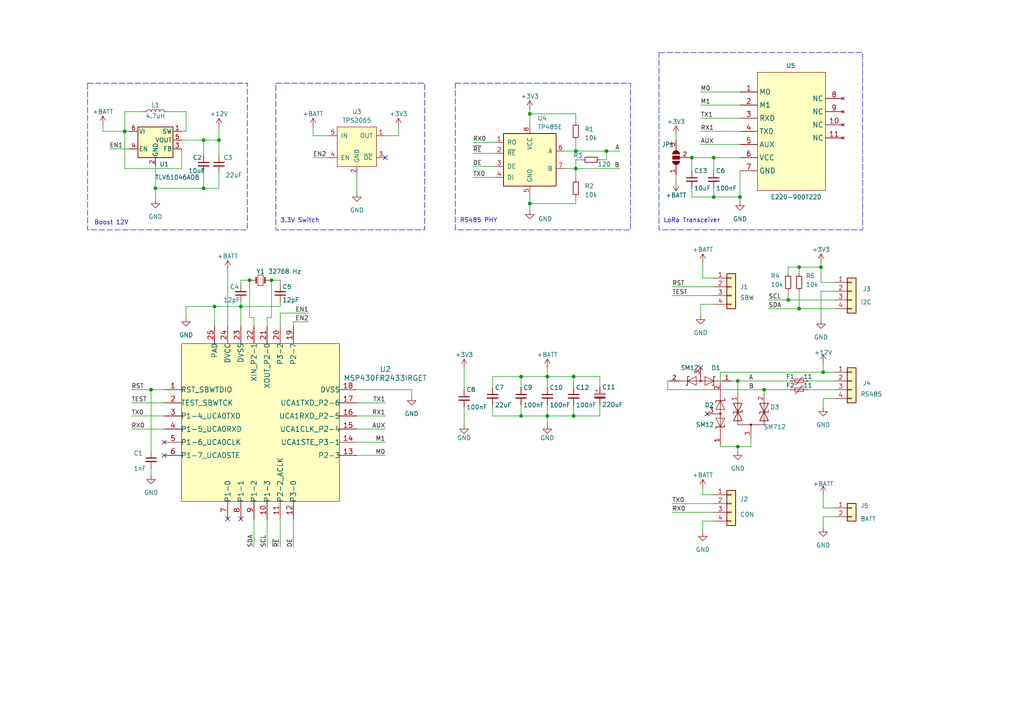
<source format=kicad_sch>
(kicad_sch (version 20230121) (generator eeschema)

  (uuid 630db2ca-22d6-4714-a83c-c3a30821da1a)

  (paper "A4")

  (title_block
    (title "LoRa ModBus board")
    (rev "2.0.1")
    (company "MQ Labs")
  )

  (lib_symbols
    (symbol "AirMQ-Radio:E220-900T22D" (in_bom yes) (on_board yes)
      (property "Reference" "U" (at 0 15.24 0)
        (effects (font (size 1.27 1.27)))
      )
      (property "Value" "E220-900T22D" (at 2.54 12.7 0)
        (effects (font (size 1.27 1.27)))
      )
      (property "Footprint" "" (at 0 -2.54 0)
        (effects (font (size 1.27 1.27)) hide)
      )
      (property "Datasheet" "" (at 0 -2.54 0)
        (effects (font (size 1.27 1.27)) hide)
      )
      (symbol "E220-900T22D_1_1"
        (rectangle (start -9.525 17.145) (end 10.16 -17.145)
          (stroke (width 0) (type default))
          (fill (type background))
        )
        (pin input line (at -14.605 11.43 0) (length 5.08)
          (name "M0" (effects (font (size 1.4986 1.4986))))
          (number "1" (effects (font (size 1.4986 1.4986))))
        )
        (pin no_connect line (at 15.24 1.905 180) (length 5.08)
          (name "NC" (effects (font (size 1.4986 1.4986))))
          (number "10" (effects (font (size 1.4986 1.4986))))
        )
        (pin no_connect line (at 15.24 -1.905 180) (length 5.08)
          (name "NC" (effects (font (size 1.4986 1.4986))))
          (number "11" (effects (font (size 1.4986 1.4986))))
        )
        (pin input line (at -14.605 7.62 0) (length 5.08)
          (name "M1" (effects (font (size 1.4986 1.4986))))
          (number "2" (effects (font (size 1.4986 1.4986))))
        )
        (pin input line (at -14.605 3.81 0) (length 5.08)
          (name "RXD" (effects (font (size 1.4986 1.4986))))
          (number "3" (effects (font (size 1.4986 1.4986))))
        )
        (pin output line (at -14.605 0 0) (length 5.08)
          (name "TXD" (effects (font (size 1.4986 1.4986))))
          (number "4" (effects (font (size 1.4986 1.4986))))
        )
        (pin output line (at -14.605 -3.81 0) (length 5.08)
          (name "AUX" (effects (font (size 1.4986 1.4986))))
          (number "5" (effects (font (size 1.4986 1.4986))))
        )
        (pin power_in line (at -14.605 -7.62 0) (length 5.08)
          (name "VCC" (effects (font (size 1.4986 1.4986))))
          (number "6" (effects (font (size 1.4986 1.4986))))
        )
        (pin power_in line (at -14.605 -11.43 0) (length 5.08)
          (name "GND" (effects (font (size 1.4986 1.4986))))
          (number "7" (effects (font (size 1.4986 1.4986))))
        )
        (pin no_connect line (at 15.24 9.525 180) (length 5.08)
          (name "NC" (effects (font (size 1.4986 1.4986))))
          (number "8" (effects (font (size 1.4986 1.4986))))
        )
        (pin no_connect line (at 15.24 5.715 180) (length 5.08)
          (name "NC" (effects (font (size 1.4986 1.4986))))
          (number "9" (effects (font (size 1.4986 1.4986))))
        )
      )
    )
    (symbol "AirMQ:MSP430FR2433IRGET" (pin_names (offset -0.254)) (in_bom yes) (on_board yes)
      (property "Reference" "U3" (at 36.195 15.4433 0)
        (effects (font (size 1.524 1.524)))
      )
      (property "Value" "MSP430FR2433IRGET" (at 36.195 12.9033 0)
        (effects (font (size 1.524 1.524)))
      )
      (property "Footprint" "RGE0024G" (at 0 0 0)
        (effects (font (size 1.524 1.524)) hide)
      )
      (property "Datasheet" "" (at -1.27 26.035 0)
        (effects (font (size 1.524 1.524)))
      )
      (property "ki_locked" "" (at 0 0 0)
        (effects (font (size 1.27 1.27)))
      )
      (property "ki_fp_filters" "RGE0024G RGE0024G_NV" (at 0 0 0)
        (effects (font (size 1.27 1.27)) hide)
      )
      (symbol "MSP430FR2433IRGET_1_1"
        (rectangle (start -22.86 22.86) (end 22.86 -22.86)
          (stroke (width 0) (type default))
          (fill (type background))
        )
        (pin bidirectional line (at -27.94 9.525 0) (length 5.08)
          (name "RST_SBWTDIO" (effects (font (size 1.4986 1.4986))))
          (number "1" (effects (font (size 1.4986 1.4986))))
        )
        (pin bidirectional line (at 1.905 -27.94 90) (length 5.08)
          (name "P1-3" (effects (font (size 1.4986 1.4986))))
          (number "10" (effects (font (size 1.4986 1.4986))))
        )
        (pin bidirectional line (at 5.715 -27.94 90) (length 5.08)
          (name "P2-2_ACLK" (effects (font (size 1.4986 1.4986))))
          (number "11" (effects (font (size 1.4986 1.4986))))
        )
        (pin bidirectional line (at 9.525 -27.94 90) (length 5.08)
          (name "P3-0" (effects (font (size 1.4986 1.4986))))
          (number "12" (effects (font (size 1.4986 1.4986))))
        )
        (pin bidirectional line (at 27.94 -9.525 180) (length 5.08)
          (name "P2-3" (effects (font (size 1.4986 1.4986))))
          (number "13" (effects (font (size 1.4986 1.4986))))
        )
        (pin bidirectional line (at 27.94 -5.715 180) (length 5.08)
          (name "UCA1STE_P3-1" (effects (font (size 1.4986 1.4986))))
          (number "14" (effects (font (size 1.4986 1.4986))))
        )
        (pin bidirectional line (at 27.94 -1.905 180) (length 5.08)
          (name "UCA1CLK_P2-4" (effects (font (size 1.4986 1.4986))))
          (number "15" (effects (font (size 1.4986 1.4986))))
        )
        (pin bidirectional line (at 27.94 1.905 180) (length 5.08)
          (name "UCA1RXD_P2-5" (effects (font (size 1.4986 1.4986))))
          (number "16" (effects (font (size 1.4986 1.4986))))
        )
        (pin bidirectional line (at 27.94 5.715 180) (length 5.08)
          (name "UCA1TXD_P2-6" (effects (font (size 1.4986 1.4986))))
          (number "17" (effects (font (size 1.4986 1.4986))))
        )
        (pin power_in line (at 27.94 9.525 180) (length 5.08)
          (name "DVSS" (effects (font (size 1.4986 1.4986))))
          (number "18" (effects (font (size 1.4986 1.4986))))
        )
        (pin bidirectional line (at 9.525 27.94 270) (length 5.08)
          (name "P2-7" (effects (font (size 1.4986 1.4986))))
          (number "19" (effects (font (size 1.4986 1.4986))))
        )
        (pin input line (at -27.94 5.715 0) (length 5.08)
          (name "TEST_SBWTCK" (effects (font (size 1.4986 1.4986))))
          (number "2" (effects (font (size 1.4986 1.4986))))
        )
        (pin bidirectional line (at 5.715 27.94 270) (length 5.08)
          (name "P3-2" (effects (font (size 1.4986 1.4986))))
          (number "20" (effects (font (size 1.4986 1.4986))))
        )
        (pin bidirectional line (at 1.905 27.94 270) (length 5.08)
          (name "XOUT_P2-0" (effects (font (size 1.4986 1.4986))))
          (number "21" (effects (font (size 1.4986 1.4986))))
        )
        (pin bidirectional line (at -1.905 27.94 270) (length 5.08)
          (name "XIN_P2-1" (effects (font (size 1.4986 1.4986))))
          (number "22" (effects (font (size 1.4986 1.4986))))
        )
        (pin power_in line (at -5.715 27.94 270) (length 5.08)
          (name "DVSS" (effects (font (size 1.4986 1.4986))))
          (number "23" (effects (font (size 1.4986 1.4986))))
        )
        (pin power_in line (at -9.525 27.94 270) (length 5.08)
          (name "DVCC" (effects (font (size 1.4986 1.4986))))
          (number "24" (effects (font (size 1.4986 1.4986))))
        )
        (pin power_in line (at -13.335 27.94 270) (length 5.08)
          (name "PAD" (effects (font (size 1.4986 1.4986))))
          (number "25" (effects (font (size 1.4986 1.4986))))
        )
        (pin bidirectional line (at -27.94 1.905 0) (length 5.08)
          (name "P1-4_UCA0TXD" (effects (font (size 1.4986 1.4986))))
          (number "3" (effects (font (size 1.4986 1.4986))))
        )
        (pin bidirectional line (at -27.94 -1.905 0) (length 5.08)
          (name "P1-5_UCA0RXD" (effects (font (size 1.4986 1.4986))))
          (number "4" (effects (font (size 1.4986 1.4986))))
        )
        (pin bidirectional line (at -27.94 -5.715 0) (length 5.08)
          (name "P1-6_UCA0CLK" (effects (font (size 1.4986 1.4986))))
          (number "5" (effects (font (size 1.4986 1.4986))))
        )
        (pin bidirectional line (at -27.94 -9.525 0) (length 5.08)
          (name "P1-7_UCA0STE" (effects (font (size 1.4986 1.4986))))
          (number "6" (effects (font (size 1.4986 1.4986))))
        )
        (pin bidirectional line (at -9.525 -27.94 90) (length 5.08)
          (name "P1-0" (effects (font (size 1.4986 1.4986))))
          (number "7" (effects (font (size 1.4986 1.4986))))
        )
        (pin bidirectional line (at -5.715 -27.94 90) (length 5.08)
          (name "P1-1" (effects (font (size 1.4986 1.4986))))
          (number "8" (effects (font (size 1.4986 1.4986))))
        )
        (pin bidirectional line (at -1.905 -27.94 90) (length 5.08)
          (name "P1-2" (effects (font (size 1.4986 1.4986))))
          (number "9" (effects (font (size 1.4986 1.4986))))
        )
      )
    )
    (symbol "AirMQ:SM712_SOT23R" (pin_names (offset 1.016) hide) (in_bom yes) (on_board yes)
      (property "Reference" "D" (at 0 4.445 0)
        (effects (font (size 1.27 1.27)))
      )
      (property "Value" "SM712_SOT23" (at 0 2.54 0)
        (effects (font (size 1.27 1.27)))
      )
      (property "Footprint" "Package_TO_SOT_SMD:SOT-23" (at 0 -14.605 0)
        (effects (font (size 1.27 1.27)) hide)
      )
      (property "Datasheet" "" (at -3.81 -3.683 90)
        (effects (font (size 1.27 1.27)) hide)
      )
      (property "ki_keywords" "transient voltage suppressor thyrector transil" (at 0 0 0)
        (effects (font (size 1.27 1.27)) hide)
      )
      (property "ki_description" "7V/12V, 600W Asymmetrical TVS Diode Array, SOT-23" (at 0 0 0)
        (effects (font (size 1.27 1.27)) hide)
      )
      (property "ki_fp_filters" "SOT?23*" (at 0 0 0)
        (effects (font (size 1.27 1.27)) hide)
      )
      (symbol "SM712_SOT23R_0_0"
        (polyline
          (pts
            (xy 0 1.27)
            (xy 0 0)
          )
          (stroke (width 0) (type default))
          (fill (type none))
        )
      )
      (symbol "SM712_SOT23R_0_1"
        (polyline
          (pts
            (xy -3.81 -6.35)
            (xy -3.81 0)
          )
          (stroke (width 0) (type default))
          (fill (type none))
        )
        (polyline
          (pts
            (xy -3.81 0)
            (xy 3.81 0)
          )
          (stroke (width 0) (type default))
          (fill (type none))
        )
        (polyline
          (pts
            (xy 3.81 0)
            (xy 3.81 -6.35)
          )
          (stroke (width 0) (type default))
          (fill (type none))
        )
        (polyline
          (pts
            (xy -5.08 -3.175)
            (xy -5.08 -3.683)
            (xy -2.54 -3.683)
            (xy -2.54 -4.191)
          )
          (stroke (width 0.2032) (type default))
          (fill (type none))
        )
        (polyline
          (pts
            (xy 2.54 -3.175)
            (xy 2.54 -3.683)
            (xy 5.08 -3.683)
            (xy 5.08 -4.191)
          )
          (stroke (width 0.2032) (type default))
          (fill (type none))
        )
        (polyline
          (pts
            (xy -2.54 -6.223)
            (xy -5.08 -1.143)
            (xy -2.54 -1.143)
            (xy -5.08 -6.223)
            (xy -2.54 -6.223)
          )
          (stroke (width 0.2032) (type default))
          (fill (type none))
        )
        (polyline
          (pts
            (xy 5.08 -6.223)
            (xy 2.54 -6.223)
            (xy 5.08 -1.143)
            (xy 2.54 -1.143)
            (xy 5.08 -6.223)
          )
          (stroke (width 0.2032) (type default))
          (fill (type none))
        )
        (circle (center 0 0) (radius 0.254)
          (stroke (width 0) (type default))
          (fill (type outline))
        )
      )
      (symbol "SM712_SOT23R_1_1"
        (pin passive line (at -3.81 -8.89 90) (length 2.54)
          (name "A1" (effects (font (size 1.27 1.27))))
          (number "1" (effects (font (size 1.27 1.27))))
        )
        (pin passive line (at 3.81 -8.89 90) (length 2.54)
          (name "A2" (effects (font (size 1.27 1.27))))
          (number "2" (effects (font (size 1.27 1.27))))
        )
        (pin input line (at 0 3.81 270) (length 2.54)
          (name "common" (effects (font (size 1.27 1.27))))
          (number "3" (effects (font (size 1.27 1.27))))
        )
      )
    )
    (symbol "AirMQ:SM712_SOT23_R" (pin_names (offset 1.016) hide) (in_bom yes) (on_board yes)
      (property "Reference" "D" (at 0 4.445 0)
        (effects (font (size 1.27 1.27)))
      )
      (property "Value" "SM12_SOT23" (at 0 2.54 0)
        (effects (font (size 1.27 1.27)))
      )
      (property "Footprint" "Package_TO_SOT_SMD:SOT-23" (at 0 -8.89 0)
        (effects (font (size 1.27 1.27)) hide)
      )
      (property "Datasheet" "" (at -3.81 0 0)
        (effects (font (size 1.27 1.27)) hide)
      )
      (property "ki_keywords" "transient voltage suppressor thyrector transil" (at 0 0 0)
        (effects (font (size 1.27 1.27)) hide)
      )
      (property "ki_description" "7V/12V, 600W Asymmetrical TVS Diode Array, SOT-23" (at 0 0 0)
        (effects (font (size 1.27 1.27)) hide)
      )
      (property "ki_fp_filters" "SOT?23*" (at 0 0 0)
        (effects (font (size 1.27 1.27)) hide)
      )
      (symbol "SM712_SOT23_R_0_0"
        (polyline
          (pts
            (xy 0 -1.27)
            (xy 0 0)
          )
          (stroke (width 0) (type default))
          (fill (type none))
        )
      )
      (symbol "SM712_SOT23_R_0_1"
        (polyline
          (pts
            (xy -6.35 0)
            (xy 6.35 0)
          )
          (stroke (width 0) (type default))
          (fill (type none))
        )
        (polyline
          (pts
            (xy -3.302 1.27)
            (xy -3.81 1.27)
            (xy -3.81 -1.27)
            (xy -4.318 -1.27)
          )
          (stroke (width 0.2032) (type default))
          (fill (type none))
        )
        (polyline
          (pts
            (xy -1.27 1.27)
            (xy -1.27 -1.27)
            (xy -3.81 0)
            (xy -1.27 1.27)
          )
          (stroke (width 0) (type default))
          (fill (type none))
        )
        (polyline
          (pts
            (xy 1.27 1.27)
            (xy 1.27 -1.27)
            (xy 3.81 0)
            (xy 1.27 1.27)
          )
          (stroke (width 0) (type default))
          (fill (type none))
        )
        (polyline
          (pts
            (xy 4.318 1.27)
            (xy 3.81 1.27)
            (xy 3.81 -1.27)
            (xy 3.302 -1.27)
          )
          (stroke (width 0.2032) (type default))
          (fill (type none))
        )
        (circle (center 0 0) (radius 0.254)
          (stroke (width 0) (type default))
          (fill (type outline))
        )
      )
      (symbol "SM712_SOT23_R_1_1"
        (pin passive line (at -8.89 0 0) (length 2.54)
          (name "A1" (effects (font (size 1.27 1.27))))
          (number "1" (effects (font (size 1.27 1.27))))
        )
        (pin passive line (at 8.89 0 180) (length 2.54)
          (name "A2" (effects (font (size 1.27 1.27))))
          (number "2" (effects (font (size 1.27 1.27))))
        )
        (pin input line (at 0 -3.81 90) (length 2.54)
          (name "common" (effects (font (size 1.27 1.27))))
          (number "3" (effects (font (size 1.27 1.27))))
        )
      )
    )
    (symbol "AirMQ:TPS2051" (pin_names (offset 1.016)) (in_bom yes) (on_board yes)
      (property "Reference" "U" (at 0 10.795 0)
        (effects (font (size 1.27 1.27)))
      )
      (property "Value" "TPS2051" (at 0 8.89 0)
        (effects (font (size 1.27 1.27)))
      )
      (property "Footprint" "Package_TO_SOT_SMD:SOT-23-5" (at 0 12.7 0)
        (effects (font (size 1.27 1.27)) hide)
      )
      (property "Datasheet" "http://www.ti.com/lit/ds/symlink/tps2051.pdf" (at -1.27 7.62 0)
        (effects (font (size 1.27 1.27)) hide)
      )
      (property "ki_keywords" "1-chanel power-distribution USB" (at 0 0 0)
        (effects (font (size 1.27 1.27)) hide)
      )
      (property "ki_description" "Single power-distribution switcher" (at 0 0 0)
        (effects (font (size 1.27 1.27)) hide)
      )
      (property "ki_fp_filters" "SOT?23*" (at 0 0 0)
        (effects (font (size 1.27 1.27)) hide)
      )
      (symbol "TPS2051_1_1"
        (rectangle (start -5.715 5.715) (end 5.715 -5.715)
          (stroke (width 0) (type default))
          (fill (type background))
        )
        (pin power_out line (at 8.255 3.175 180) (length 2.54)
          (name "OUT" (effects (font (size 1.27 1.27))))
          (number "1" (effects (font (size 1.27 1.27))))
        )
        (pin power_in line (at 0 -8.255 90) (length 2.54)
          (name "GND" (effects (font (size 1.27 1.27))))
          (number "2" (effects (font (size 1.27 1.27))))
        )
        (pin open_collector line (at 8.255 -3.175 180) (length 2.54)
          (name "~{OC}" (effects (font (size 1.27 1.27))))
          (number "3" (effects (font (size 1.27 1.27))))
        )
        (pin input line (at -8.255 -3.175 0) (length 2.54)
          (name "EN" (effects (font (size 1.27 1.27))))
          (number "4" (effects (font (size 1.27 1.27))))
        )
        (pin power_in line (at -8.255 3.175 0) (length 2.54)
          (name "IN" (effects (font (size 1.27 1.27))))
          (number "5" (effects (font (size 1.27 1.27))))
        )
      )
    )
    (symbol "Connector_Generic:Conn_01x02" (pin_names (offset 1.016) hide) (in_bom yes) (on_board yes)
      (property "Reference" "J" (at 0 2.54 0)
        (effects (font (size 1.27 1.27)))
      )
      (property "Value" "Conn_01x02" (at 0 -5.08 0)
        (effects (font (size 1.27 1.27)))
      )
      (property "Footprint" "" (at 0 0 0)
        (effects (font (size 1.27 1.27)) hide)
      )
      (property "Datasheet" "~" (at 0 0 0)
        (effects (font (size 1.27 1.27)) hide)
      )
      (property "ki_keywords" "connector" (at 0 0 0)
        (effects (font (size 1.27 1.27)) hide)
      )
      (property "ki_description" "Generic connector, single row, 01x02, script generated (kicad-library-utils/schlib/autogen/connector/)" (at 0 0 0)
        (effects (font (size 1.27 1.27)) hide)
      )
      (property "ki_fp_filters" "Connector*:*_1x??_*" (at 0 0 0)
        (effects (font (size 1.27 1.27)) hide)
      )
      (symbol "Conn_01x02_1_1"
        (rectangle (start -1.27 -2.413) (end 0 -2.667)
          (stroke (width 0.1524) (type default))
          (fill (type none))
        )
        (rectangle (start -1.27 0.127) (end 0 -0.127)
          (stroke (width 0.1524) (type default))
          (fill (type none))
        )
        (rectangle (start -1.27 1.27) (end 1.27 -3.81)
          (stroke (width 0.254) (type default))
          (fill (type background))
        )
        (pin passive line (at -5.08 0 0) (length 3.81)
          (name "Pin_1" (effects (font (size 1.27 1.27))))
          (number "1" (effects (font (size 1.27 1.27))))
        )
        (pin passive line (at -5.08 -2.54 0) (length 3.81)
          (name "Pin_2" (effects (font (size 1.27 1.27))))
          (number "2" (effects (font (size 1.27 1.27))))
        )
      )
    )
    (symbol "Connector_Generic:Conn_01x04" (pin_names (offset 1.016) hide) (in_bom yes) (on_board yes)
      (property "Reference" "J" (at 0 5.08 0)
        (effects (font (size 1.27 1.27)))
      )
      (property "Value" "Conn_01x04" (at 0 -7.62 0)
        (effects (font (size 1.27 1.27)))
      )
      (property "Footprint" "" (at 0 0 0)
        (effects (font (size 1.27 1.27)) hide)
      )
      (property "Datasheet" "~" (at 0 0 0)
        (effects (font (size 1.27 1.27)) hide)
      )
      (property "ki_keywords" "connector" (at 0 0 0)
        (effects (font (size 1.27 1.27)) hide)
      )
      (property "ki_description" "Generic connector, single row, 01x04, script generated (kicad-library-utils/schlib/autogen/connector/)" (at 0 0 0)
        (effects (font (size 1.27 1.27)) hide)
      )
      (property "ki_fp_filters" "Connector*:*_1x??_*" (at 0 0 0)
        (effects (font (size 1.27 1.27)) hide)
      )
      (symbol "Conn_01x04_1_1"
        (rectangle (start -1.27 -4.953) (end 0 -5.207)
          (stroke (width 0.1524) (type default))
          (fill (type none))
        )
        (rectangle (start -1.27 -2.413) (end 0 -2.667)
          (stroke (width 0.1524) (type default))
          (fill (type none))
        )
        (rectangle (start -1.27 0.127) (end 0 -0.127)
          (stroke (width 0.1524) (type default))
          (fill (type none))
        )
        (rectangle (start -1.27 2.667) (end 0 2.413)
          (stroke (width 0.1524) (type default))
          (fill (type none))
        )
        (rectangle (start -1.27 3.81) (end 1.27 -6.35)
          (stroke (width 0.254) (type default))
          (fill (type background))
        )
        (pin passive line (at -5.08 2.54 0) (length 3.81)
          (name "Pin_1" (effects (font (size 1.27 1.27))))
          (number "1" (effects (font (size 1.27 1.27))))
        )
        (pin passive line (at -5.08 0 0) (length 3.81)
          (name "Pin_2" (effects (font (size 1.27 1.27))))
          (number "2" (effects (font (size 1.27 1.27))))
        )
        (pin passive line (at -5.08 -2.54 0) (length 3.81)
          (name "Pin_3" (effects (font (size 1.27 1.27))))
          (number "3" (effects (font (size 1.27 1.27))))
        )
        (pin passive line (at -5.08 -5.08 0) (length 3.81)
          (name "Pin_4" (effects (font (size 1.27 1.27))))
          (number "4" (effects (font (size 1.27 1.27))))
        )
      )
    )
    (symbol "Device:C_Polarized_Small" (pin_numbers hide) (pin_names (offset 0.254) hide) (in_bom yes) (on_board yes)
      (property "Reference" "C" (at 0.254 1.778 0)
        (effects (font (size 1.27 1.27)) (justify left))
      )
      (property "Value" "C_Polarized_Small" (at 0.254 -2.032 0)
        (effects (font (size 1.27 1.27)) (justify left))
      )
      (property "Footprint" "" (at 0 0 0)
        (effects (font (size 1.27 1.27)) hide)
      )
      (property "Datasheet" "~" (at 0 0 0)
        (effects (font (size 1.27 1.27)) hide)
      )
      (property "ki_keywords" "cap capacitor" (at 0 0 0)
        (effects (font (size 1.27 1.27)) hide)
      )
      (property "ki_description" "Polarized capacitor, small symbol" (at 0 0 0)
        (effects (font (size 1.27 1.27)) hide)
      )
      (property "ki_fp_filters" "CP_*" (at 0 0 0)
        (effects (font (size 1.27 1.27)) hide)
      )
      (symbol "C_Polarized_Small_0_1"
        (rectangle (start -1.524 -0.3048) (end 1.524 -0.6858)
          (stroke (width 0) (type default))
          (fill (type outline))
        )
        (rectangle (start -1.524 0.6858) (end 1.524 0.3048)
          (stroke (width 0) (type default))
          (fill (type none))
        )
        (polyline
          (pts
            (xy -1.27 1.524)
            (xy -0.762 1.524)
          )
          (stroke (width 0) (type default))
          (fill (type none))
        )
        (polyline
          (pts
            (xy -1.016 1.27)
            (xy -1.016 1.778)
          )
          (stroke (width 0) (type default))
          (fill (type none))
        )
      )
      (symbol "C_Polarized_Small_1_1"
        (pin passive line (at 0 2.54 270) (length 1.8542)
          (name "~" (effects (font (size 1.27 1.27))))
          (number "1" (effects (font (size 1.27 1.27))))
        )
        (pin passive line (at 0 -2.54 90) (length 1.8542)
          (name "~" (effects (font (size 1.27 1.27))))
          (number "2" (effects (font (size 1.27 1.27))))
        )
      )
    )
    (symbol "Device:C_Small" (pin_numbers hide) (pin_names (offset 0.254) hide) (in_bom yes) (on_board yes)
      (property "Reference" "C" (at 0.254 1.778 0)
        (effects (font (size 1.27 1.27)) (justify left))
      )
      (property "Value" "C_Small" (at 0.254 -2.032 0)
        (effects (font (size 1.27 1.27)) (justify left))
      )
      (property "Footprint" "" (at 0 0 0)
        (effects (font (size 1.27 1.27)) hide)
      )
      (property "Datasheet" "~" (at 0 0 0)
        (effects (font (size 1.27 1.27)) hide)
      )
      (property "ki_keywords" "capacitor cap" (at 0 0 0)
        (effects (font (size 1.27 1.27)) hide)
      )
      (property "ki_description" "Unpolarized capacitor, small symbol" (at 0 0 0)
        (effects (font (size 1.27 1.27)) hide)
      )
      (property "ki_fp_filters" "C_*" (at 0 0 0)
        (effects (font (size 1.27 1.27)) hide)
      )
      (symbol "C_Small_0_1"
        (polyline
          (pts
            (xy -1.524 -0.508)
            (xy 1.524 -0.508)
          )
          (stroke (width 0.3302) (type default))
          (fill (type none))
        )
        (polyline
          (pts
            (xy -1.524 0.508)
            (xy 1.524 0.508)
          )
          (stroke (width 0.3048) (type default))
          (fill (type none))
        )
      )
      (symbol "C_Small_1_1"
        (pin passive line (at 0 2.54 270) (length 2.032)
          (name "~" (effects (font (size 1.27 1.27))))
          (number "1" (effects (font (size 1.27 1.27))))
        )
        (pin passive line (at 0 -2.54 90) (length 2.032)
          (name "~" (effects (font (size 1.27 1.27))))
          (number "2" (effects (font (size 1.27 1.27))))
        )
      )
    )
    (symbol "Device:Crystal_Small" (pin_numbers hide) (pin_names (offset 1.016) hide) (in_bom yes) (on_board yes)
      (property "Reference" "Y" (at 0 2.54 0)
        (effects (font (size 1.27 1.27)))
      )
      (property "Value" "Crystal_Small" (at 0 -2.54 0)
        (effects (font (size 1.27 1.27)))
      )
      (property "Footprint" "" (at 0 0 0)
        (effects (font (size 1.27 1.27)) hide)
      )
      (property "Datasheet" "~" (at 0 0 0)
        (effects (font (size 1.27 1.27)) hide)
      )
      (property "ki_keywords" "quartz ceramic resonator oscillator" (at 0 0 0)
        (effects (font (size 1.27 1.27)) hide)
      )
      (property "ki_description" "Two pin crystal, small symbol" (at 0 0 0)
        (effects (font (size 1.27 1.27)) hide)
      )
      (property "ki_fp_filters" "Crystal*" (at 0 0 0)
        (effects (font (size 1.27 1.27)) hide)
      )
      (symbol "Crystal_Small_0_1"
        (rectangle (start -0.762 -1.524) (end 0.762 1.524)
          (stroke (width 0) (type default))
          (fill (type none))
        )
        (polyline
          (pts
            (xy -1.27 -0.762)
            (xy -1.27 0.762)
          )
          (stroke (width 0.381) (type default))
          (fill (type none))
        )
        (polyline
          (pts
            (xy 1.27 -0.762)
            (xy 1.27 0.762)
          )
          (stroke (width 0.381) (type default))
          (fill (type none))
        )
      )
      (symbol "Crystal_Small_1_1"
        (pin passive line (at -2.54 0 0) (length 1.27)
          (name "1" (effects (font (size 1.27 1.27))))
          (number "1" (effects (font (size 1.27 1.27))))
        )
        (pin passive line (at 2.54 0 180) (length 1.27)
          (name "2" (effects (font (size 1.27 1.27))))
          (number "2" (effects (font (size 1.27 1.27))))
        )
      )
    )
    (symbol "Device:L" (pin_numbers hide) (pin_names (offset 1.016) hide) (in_bom yes) (on_board yes)
      (property "Reference" "L" (at -1.27 0 90)
        (effects (font (size 1.27 1.27)))
      )
      (property "Value" "L" (at 1.905 0 90)
        (effects (font (size 1.27 1.27)))
      )
      (property "Footprint" "" (at 0 0 0)
        (effects (font (size 1.27 1.27)) hide)
      )
      (property "Datasheet" "~" (at 0 0 0)
        (effects (font (size 1.27 1.27)) hide)
      )
      (property "ki_keywords" "inductor choke coil reactor magnetic" (at 0 0 0)
        (effects (font (size 1.27 1.27)) hide)
      )
      (property "ki_description" "Inductor" (at 0 0 0)
        (effects (font (size 1.27 1.27)) hide)
      )
      (property "ki_fp_filters" "Choke_* *Coil* Inductor_* L_*" (at 0 0 0)
        (effects (font (size 1.27 1.27)) hide)
      )
      (symbol "L_0_1"
        (arc (start 0 -2.54) (mid 0.6323 -1.905) (end 0 -1.27)
          (stroke (width 0) (type default))
          (fill (type none))
        )
        (arc (start 0 -1.27) (mid 0.6323 -0.635) (end 0 0)
          (stroke (width 0) (type default))
          (fill (type none))
        )
        (arc (start 0 0) (mid 0.6323 0.635) (end 0 1.27)
          (stroke (width 0) (type default))
          (fill (type none))
        )
        (arc (start 0 1.27) (mid 0.6323 1.905) (end 0 2.54)
          (stroke (width 0) (type default))
          (fill (type none))
        )
      )
      (symbol "L_1_1"
        (pin passive line (at 0 3.81 270) (length 1.27)
          (name "1" (effects (font (size 1.27 1.27))))
          (number "1" (effects (font (size 1.27 1.27))))
        )
        (pin passive line (at 0 -3.81 90) (length 1.27)
          (name "2" (effects (font (size 1.27 1.27))))
          (number "2" (effects (font (size 1.27 1.27))))
        )
      )
    )
    (symbol "Device:Polyfuse_Small" (pin_numbers hide) (pin_names (offset 0)) (in_bom yes) (on_board yes)
      (property "Reference" "F" (at -1.905 0 90)
        (effects (font (size 1.27 1.27)))
      )
      (property "Value" "Polyfuse_Small" (at 1.905 0 90)
        (effects (font (size 1.27 1.27)))
      )
      (property "Footprint" "" (at 1.27 -5.08 0)
        (effects (font (size 1.27 1.27)) (justify left) hide)
      )
      (property "Datasheet" "~" (at 0 0 0)
        (effects (font (size 1.27 1.27)) hide)
      )
      (property "ki_keywords" "resettable fuse PTC PPTC polyfuse polyswitch" (at 0 0 0)
        (effects (font (size 1.27 1.27)) hide)
      )
      (property "ki_description" "Resettable fuse, polymeric positive temperature coefficient, small symbol" (at 0 0 0)
        (effects (font (size 1.27 1.27)) hide)
      )
      (property "ki_fp_filters" "*polyfuse* *PTC*" (at 0 0 0)
        (effects (font (size 1.27 1.27)) hide)
      )
      (symbol "Polyfuse_Small_0_1"
        (rectangle (start -0.508 1.27) (end 0.508 -1.27)
          (stroke (width 0) (type default))
          (fill (type none))
        )
        (polyline
          (pts
            (xy 0 2.54)
            (xy 0 -2.54)
          )
          (stroke (width 0) (type default))
          (fill (type none))
        )
        (polyline
          (pts
            (xy -1.016 1.27)
            (xy -1.016 0.762)
            (xy 1.016 -0.762)
            (xy 1.016 -1.27)
          )
          (stroke (width 0) (type default))
          (fill (type none))
        )
      )
      (symbol "Polyfuse_Small_1_1"
        (pin passive line (at 0 2.54 270) (length 0.635)
          (name "~" (effects (font (size 1.27 1.27))))
          (number "1" (effects (font (size 1.27 1.27))))
        )
        (pin passive line (at 0 -2.54 90) (length 0.635)
          (name "~" (effects (font (size 1.27 1.27))))
          (number "2" (effects (font (size 1.27 1.27))))
        )
      )
    )
    (symbol "Device:R_Small" (pin_numbers hide) (pin_names (offset 0.254) hide) (in_bom yes) (on_board yes)
      (property "Reference" "R" (at 0.762 0.508 0)
        (effects (font (size 1.27 1.27)) (justify left))
      )
      (property "Value" "R_Small" (at 0.762 -1.016 0)
        (effects (font (size 1.27 1.27)) (justify left))
      )
      (property "Footprint" "" (at 0 0 0)
        (effects (font (size 1.27 1.27)) hide)
      )
      (property "Datasheet" "~" (at 0 0 0)
        (effects (font (size 1.27 1.27)) hide)
      )
      (property "ki_keywords" "R resistor" (at 0 0 0)
        (effects (font (size 1.27 1.27)) hide)
      )
      (property "ki_description" "Resistor, small symbol" (at 0 0 0)
        (effects (font (size 1.27 1.27)) hide)
      )
      (property "ki_fp_filters" "R_*" (at 0 0 0)
        (effects (font (size 1.27 1.27)) hide)
      )
      (symbol "R_Small_0_1"
        (rectangle (start -0.762 1.778) (end 0.762 -1.778)
          (stroke (width 0.2032) (type default))
          (fill (type none))
        )
      )
      (symbol "R_Small_1_1"
        (pin passive line (at 0 2.54 270) (length 0.762)
          (name "~" (effects (font (size 1.27 1.27))))
          (number "1" (effects (font (size 1.27 1.27))))
        )
        (pin passive line (at 0 -2.54 90) (length 0.762)
          (name "~" (effects (font (size 1.27 1.27))))
          (number "2" (effects (font (size 1.27 1.27))))
        )
      )
    )
    (symbol "Interface_UART:SP3485EN" (pin_names (offset 1.016)) (in_bom yes) (on_board yes)
      (property "Reference" "U3" (at 1.9559 11.43 0)
        (effects (font (size 1.27 1.27)) (justify left))
      )
      (property "Value" "SP3485EN" (at 1.9559 8.89 0)
        (effects (font (size 1.27 1.27)) (justify left))
      )
      (property "Footprint" "Package_SO:SOIC-8_3.9x4.9mm_P1.27mm" (at 26.67 -8.89 0)
        (effects (font (size 1.27 1.27) italic) hide)
      )
      (property "Datasheet" "http://www.icbase.com/pdf/SPX/SPX00480106.pdf" (at 0 0 0)
        (effects (font (size 1.27 1.27)) hide)
      )
      (property "LCSC" "C7434269" (at 0 0 0)
        (effects (font (size 1.27 1.27)) hide)
      )
      (property "ki_keywords" "Low Power Half-Duplex RS-485 Transceiver 10Mbps" (at 0 0 0)
        (effects (font (size 1.27 1.27)) hide)
      )
      (property "ki_description" "Industrial 3.3V Low Power Half-Duplex RS-485 Transceiver 10Mbps, SOIC-8" (at 0 0 0)
        (effects (font (size 1.27 1.27)) hide)
      )
      (property "ki_fp_filters" "SOIC*3.9x4.9mm*P1.27mm*" (at 0 0 0)
        (effects (font (size 1.27 1.27)) hide)
      )
      (symbol "SP3485EN_0_1"
        (rectangle (start -7.62 7.62) (end 7.62 -7.62)
          (stroke (width 0.254) (type default))
          (fill (type background))
        )
      )
      (symbol "SP3485EN_1_1"
        (pin output line (at -10.16 5.08 0) (length 2.54)
          (name "RO" (effects (font (size 1.27 1.27))))
          (number "1" (effects (font (size 1.27 1.27))))
        )
        (pin input line (at -10.16 1.905 0) (length 2.54)
          (name "~{RE}" (effects (font (size 1.27 1.27))))
          (number "2" (effects (font (size 1.27 1.27))))
        )
        (pin input line (at -10.16 -1.905 0) (length 2.54)
          (name "DE" (effects (font (size 1.27 1.27))))
          (number "3" (effects (font (size 1.27 1.27))))
        )
        (pin input line (at -10.16 -5.08 0) (length 2.54)
          (name "DI" (effects (font (size 1.27 1.27))))
          (number "4" (effects (font (size 1.27 1.27))))
        )
        (pin power_in line (at 0 -10.16 90) (length 2.54)
          (name "GND" (effects (font (size 1.27 1.27))))
          (number "5" (effects (font (size 1.27 1.27))))
        )
        (pin bidirectional line (at 10.16 2.54 180) (length 2.54)
          (name "A" (effects (font (size 1.27 1.27))))
          (number "6" (effects (font (size 1.27 1.27))))
        )
        (pin bidirectional line (at 10.16 -2.54 180) (length 2.54)
          (name "B" (effects (font (size 1.27 1.27))))
          (number "7" (effects (font (size 1.27 1.27))))
        )
        (pin power_in line (at 0 10.16 270) (length 2.54)
          (name "VCC" (effects (font (size 1.27 1.27))))
          (number "8" (effects (font (size 1.27 1.27))))
        )
      )
    )
    (symbol "Jumper:SolderJumper_3_Open" (pin_names (offset 0) hide) (in_bom yes) (on_board yes)
      (property "Reference" "JP" (at -2.54 -2.54 0)
        (effects (font (size 1.27 1.27)))
      )
      (property "Value" "SolderJumper_3_Open" (at 0 2.794 0)
        (effects (font (size 1.27 1.27)))
      )
      (property "Footprint" "" (at 0 0 0)
        (effects (font (size 1.27 1.27)) hide)
      )
      (property "Datasheet" "~" (at 0 0 0)
        (effects (font (size 1.27 1.27)) hide)
      )
      (property "ki_keywords" "Solder Jumper SPDT" (at 0 0 0)
        (effects (font (size 1.27 1.27)) hide)
      )
      (property "ki_description" "Solder Jumper, 3-pole, open" (at 0 0 0)
        (effects (font (size 1.27 1.27)) hide)
      )
      (property "ki_fp_filters" "SolderJumper*Open*" (at 0 0 0)
        (effects (font (size 1.27 1.27)) hide)
      )
      (symbol "SolderJumper_3_Open_0_1"
        (arc (start -1.016 1.016) (mid -2.0276 0) (end -1.016 -1.016)
          (stroke (width 0) (type default))
          (fill (type none))
        )
        (arc (start -1.016 1.016) (mid -2.0276 0) (end -1.016 -1.016)
          (stroke (width 0) (type default))
          (fill (type outline))
        )
        (rectangle (start -0.508 1.016) (end 0.508 -1.016)
          (stroke (width 0) (type default))
          (fill (type outline))
        )
        (polyline
          (pts
            (xy -2.54 0)
            (xy -2.032 0)
          )
          (stroke (width 0) (type default))
          (fill (type none))
        )
        (polyline
          (pts
            (xy -1.016 1.016)
            (xy -1.016 -1.016)
          )
          (stroke (width 0) (type default))
          (fill (type none))
        )
        (polyline
          (pts
            (xy 0 -1.27)
            (xy 0 -1.016)
          )
          (stroke (width 0) (type default))
          (fill (type none))
        )
        (polyline
          (pts
            (xy 1.016 1.016)
            (xy 1.016 -1.016)
          )
          (stroke (width 0) (type default))
          (fill (type none))
        )
        (polyline
          (pts
            (xy 2.54 0)
            (xy 2.032 0)
          )
          (stroke (width 0) (type default))
          (fill (type none))
        )
        (arc (start 1.016 -1.016) (mid 2.0276 0) (end 1.016 1.016)
          (stroke (width 0) (type default))
          (fill (type none))
        )
        (arc (start 1.016 -1.016) (mid 2.0276 0) (end 1.016 1.016)
          (stroke (width 0) (type default))
          (fill (type outline))
        )
      )
      (symbol "SolderJumper_3_Open_1_1"
        (pin passive line (at -5.08 0 0) (length 2.54)
          (name "A" (effects (font (size 1.27 1.27))))
          (number "1" (effects (font (size 1.27 1.27))))
        )
        (pin passive line (at 0 -3.81 90) (length 2.54)
          (name "C" (effects (font (size 1.27 1.27))))
          (number "2" (effects (font (size 1.27 1.27))))
        )
        (pin passive line (at 5.08 0 180) (length 2.54)
          (name "B" (effects (font (size 1.27 1.27))))
          (number "3" (effects (font (size 1.27 1.27))))
        )
      )
    )
    (symbol "Regulator_Switching:TLV61046ADB" (pin_names (offset 0.254)) (in_bom yes) (on_board yes)
      (property "Reference" "U" (at -5.08 7.62 0)
        (effects (font (size 1.27 1.27)) (justify left))
      )
      (property "Value" "TLV61046ADB" (at 0 7.62 0)
        (effects (font (size 1.27 1.27)) (justify left))
      )
      (property "Footprint" "Package_TO_SOT_SMD:SOT-23-6" (at 1.27 -3.81 0)
        (effects (font (size 1.27 1.27) italic) (justify left) hide)
      )
      (property "Datasheet" "http://www.ti.com/lit/ds/symlink/tlv61046a.pdf" (at 0 2.54 0)
        (effects (font (size 1.27 1.27)) hide)
      )
      (property "ki_keywords" "Step-Up DC-DC Converter" (at 0 0 0)
        (effects (font (size 1.27 1.27)) hide)
      )
      (property "ki_description" "28-V Output Voltage Boost Converter with Power Diode and Isolation Switch, SOT-23-6" (at 0 0 0)
        (effects (font (size 1.27 1.27)) hide)
      )
      (property "ki_fp_filters" "SOT?23*" (at 0 0 0)
        (effects (font (size 1.27 1.27)) hide)
      )
      (symbol "TLV61046ADB_0_1"
        (rectangle (start -5.08 6.35) (end 5.08 -2.54)
          (stroke (width 0.254) (type default))
          (fill (type background))
        )
      )
      (symbol "TLV61046ADB_1_1"
        (pin power_in line (at 7.62 5.08 180) (length 2.54)
          (name "SW" (effects (font (size 1.27 1.27))))
          (number "1" (effects (font (size 1.27 1.27))))
        )
        (pin power_in line (at 0 -5.08 90) (length 2.54)
          (name "GND" (effects (font (size 1.27 1.27))))
          (number "2" (effects (font (size 1.27 1.27))))
        )
        (pin input line (at 7.62 0 180) (length 2.54)
          (name "FB" (effects (font (size 1.27 1.27))))
          (number "3" (effects (font (size 1.27 1.27))))
        )
        (pin input line (at -7.62 0 0) (length 2.54)
          (name "EN" (effects (font (size 1.27 1.27))))
          (number "4" (effects (font (size 1.27 1.27))))
        )
        (pin power_out line (at 7.62 2.54 180) (length 2.54)
          (name "VOUT" (effects (font (size 1.27 1.27))))
          (number "5" (effects (font (size 1.27 1.27))))
        )
        (pin power_in line (at -7.62 5.08 0) (length 2.54)
          (name "VI" (effects (font (size 1.27 1.27))))
          (number "6" (effects (font (size 1.27 1.27))))
        )
      )
    )
    (symbol "power:+12V" (power) (pin_names (offset 0)) (in_bom yes) (on_board yes)
      (property "Reference" "#PWR" (at 0 -3.81 0)
        (effects (font (size 1.27 1.27)) hide)
      )
      (property "Value" "+12V" (at 0 3.556 0)
        (effects (font (size 1.27 1.27)))
      )
      (property "Footprint" "" (at 0 0 0)
        (effects (font (size 1.27 1.27)) hide)
      )
      (property "Datasheet" "" (at 0 0 0)
        (effects (font (size 1.27 1.27)) hide)
      )
      (property "ki_keywords" "global power" (at 0 0 0)
        (effects (font (size 1.27 1.27)) hide)
      )
      (property "ki_description" "Power symbol creates a global label with name \"+12V\"" (at 0 0 0)
        (effects (font (size 1.27 1.27)) hide)
      )
      (symbol "+12V_0_1"
        (polyline
          (pts
            (xy -0.762 1.27)
            (xy 0 2.54)
          )
          (stroke (width 0) (type default))
          (fill (type none))
        )
        (polyline
          (pts
            (xy 0 0)
            (xy 0 2.54)
          )
          (stroke (width 0) (type default))
          (fill (type none))
        )
        (polyline
          (pts
            (xy 0 2.54)
            (xy 0.762 1.27)
          )
          (stroke (width 0) (type default))
          (fill (type none))
        )
      )
      (symbol "+12V_1_1"
        (pin power_in line (at 0 0 90) (length 0) hide
          (name "+12V" (effects (font (size 1.27 1.27))))
          (number "1" (effects (font (size 1.27 1.27))))
        )
      )
    )
    (symbol "power:+3V3" (power) (pin_names (offset 0)) (in_bom yes) (on_board yes)
      (property "Reference" "#PWR" (at 0 -3.81 0)
        (effects (font (size 1.27 1.27)) hide)
      )
      (property "Value" "+3V3" (at 0 3.556 0)
        (effects (font (size 1.27 1.27)))
      )
      (property "Footprint" "" (at 0 0 0)
        (effects (font (size 1.27 1.27)) hide)
      )
      (property "Datasheet" "" (at 0 0 0)
        (effects (font (size 1.27 1.27)) hide)
      )
      (property "ki_keywords" "global power" (at 0 0 0)
        (effects (font (size 1.27 1.27)) hide)
      )
      (property "ki_description" "Power symbol creates a global label with name \"+3V3\"" (at 0 0 0)
        (effects (font (size 1.27 1.27)) hide)
      )
      (symbol "+3V3_0_1"
        (polyline
          (pts
            (xy -0.762 1.27)
            (xy 0 2.54)
          )
          (stroke (width 0) (type default))
          (fill (type none))
        )
        (polyline
          (pts
            (xy 0 0)
            (xy 0 2.54)
          )
          (stroke (width 0) (type default))
          (fill (type none))
        )
        (polyline
          (pts
            (xy 0 2.54)
            (xy 0.762 1.27)
          )
          (stroke (width 0) (type default))
          (fill (type none))
        )
      )
      (symbol "+3V3_1_1"
        (pin power_in line (at 0 0 90) (length 0) hide
          (name "+3V3" (effects (font (size 1.27 1.27))))
          (number "1" (effects (font (size 1.27 1.27))))
        )
      )
    )
    (symbol "power:+BATT" (power) (pin_names (offset 0)) (in_bom yes) (on_board yes)
      (property "Reference" "#PWR" (at 0 -3.81 0)
        (effects (font (size 1.27 1.27)) hide)
      )
      (property "Value" "+BATT" (at 0 3.556 0)
        (effects (font (size 1.27 1.27)))
      )
      (property "Footprint" "" (at 0 0 0)
        (effects (font (size 1.27 1.27)) hide)
      )
      (property "Datasheet" "" (at 0 0 0)
        (effects (font (size 1.27 1.27)) hide)
      )
      (property "ki_keywords" "global power battery" (at 0 0 0)
        (effects (font (size 1.27 1.27)) hide)
      )
      (property "ki_description" "Power symbol creates a global label with name \"+BATT\"" (at 0 0 0)
        (effects (font (size 1.27 1.27)) hide)
      )
      (symbol "+BATT_0_1"
        (polyline
          (pts
            (xy -0.762 1.27)
            (xy 0 2.54)
          )
          (stroke (width 0) (type default))
          (fill (type none))
        )
        (polyline
          (pts
            (xy 0 0)
            (xy 0 2.54)
          )
          (stroke (width 0) (type default))
          (fill (type none))
        )
        (polyline
          (pts
            (xy 0 2.54)
            (xy 0.762 1.27)
          )
          (stroke (width 0) (type default))
          (fill (type none))
        )
      )
      (symbol "+BATT_1_1"
        (pin power_in line (at 0 0 90) (length 0) hide
          (name "+BATT" (effects (font (size 1.27 1.27))))
          (number "1" (effects (font (size 1.27 1.27))))
        )
      )
    )
    (symbol "power:GND" (power) (pin_names (offset 0)) (in_bom yes) (on_board yes)
      (property "Reference" "#PWR" (at 0 -6.35 0)
        (effects (font (size 1.27 1.27)) hide)
      )
      (property "Value" "GND" (at 0 -3.81 0)
        (effects (font (size 1.27 1.27)))
      )
      (property "Footprint" "" (at 0 0 0)
        (effects (font (size 1.27 1.27)) hide)
      )
      (property "Datasheet" "" (at 0 0 0)
        (effects (font (size 1.27 1.27)) hide)
      )
      (property "ki_keywords" "global power" (at 0 0 0)
        (effects (font (size 1.27 1.27)) hide)
      )
      (property "ki_description" "Power symbol creates a global label with name \"GND\" , ground" (at 0 0 0)
        (effects (font (size 1.27 1.27)) hide)
      )
      (symbol "GND_0_1"
        (polyline
          (pts
            (xy 0 0)
            (xy 0 -1.27)
            (xy 1.27 -1.27)
            (xy 0 -2.54)
            (xy -1.27 -1.27)
            (xy 0 -1.27)
          )
          (stroke (width 0) (type default))
          (fill (type none))
        )
      )
      (symbol "GND_1_1"
        (pin power_in line (at 0 0 270) (length 0) hide
          (name "GND" (effects (font (size 1.27 1.27))))
          (number "1" (effects (font (size 1.27 1.27))))
        )
      )
    )
  )

  (junction (at 59.055 54.61) (diameter 0) (color 0 0 0 0)
    (uuid 06d4a7e1-2374-492b-90ac-bd2111aa98f3)
  )
  (junction (at 213.995 129.54) (diameter 0) (color 0 0 0 0)
    (uuid 1071a12d-02dd-4552-bd30-29ffb02aa19d)
  )
  (junction (at 228.6 86.995) (diameter 0) (color 0 0 0 0)
    (uuid 1b53aadd-d5dd-4140-af49-5dec757a5003)
  )
  (junction (at 207.01 45.72) (diameter 0) (color 0 0 0 0)
    (uuid 1f426395-e4bd-43bc-a8b9-213d89908572)
  )
  (junction (at 153.67 33.02) (diameter 0) (color 0 0 0 0)
    (uuid 24105ce9-4760-4899-8fa0-700869f4a943)
  )
  (junction (at 238.76 107.95) (diameter 0) (color 0 0 0 0)
    (uuid 28f1ea6b-a108-454b-bde0-91a2c01d3259)
  )
  (junction (at 59.055 40.64) (diameter 0) (color 0 0 0 0)
    (uuid 2cb814c0-8449-4007-b760-b602b64c35c1)
  )
  (junction (at 78.74 81.28) (diameter 0) (color 0 0 0 0)
    (uuid 33cab1ea-74ed-499c-b49b-e9792d396fe9)
  )
  (junction (at 213.995 110.49) (diameter 0) (color 0 0 0 0)
    (uuid 3827fc8d-869b-4495-af82-8fb64ab96462)
  )
  (junction (at 214.63 57.15) (diameter 0) (color 0 0 0 0)
    (uuid 3abf753a-ffa2-4629-8903-32903e6ed648)
  )
  (junction (at 166.37 120.65) (diameter 0) (color 0 0 0 0)
    (uuid 51413d90-68ce-4bf4-beb9-295313a6c8dc)
  )
  (junction (at 45.085 54.61) (diameter 0) (color 0 0 0 0)
    (uuid 5957b984-7d9f-45fd-a0cd-6a1ad2680487)
  )
  (junction (at 69.85 88.9) (diameter 0) (color 0 0 0 0)
    (uuid 5b673d3f-9669-4cbc-9b11-432534dd8ddd)
  )
  (junction (at 36.195 38.1) (diameter 0) (color 0 0 0 0)
    (uuid 5b897b9a-e3cc-45d0-85b8-4654f8f4d65d)
  )
  (junction (at 151.13 109.22) (diameter 0) (color 0 0 0 0)
    (uuid 84214f85-019b-46c7-a7f7-1a64e3292a60)
  )
  (junction (at 175.895 43.815) (diameter 0) (color 0 0 0 0)
    (uuid 85e3b660-8fc6-481e-8c6b-bab8ad4bc594)
  )
  (junction (at 231.775 77.47) (diameter 0) (color 0 0 0 0)
    (uuid 89051701-9518-43c6-b498-fe1d4c716f84)
  )
  (junction (at 158.75 120.65) (diameter 0) (color 0 0 0 0)
    (uuid 8c097c3a-87b1-41a3-96c4-f2bb13c91b49)
  )
  (junction (at 166.37 109.22) (diameter 0) (color 0 0 0 0)
    (uuid 8c2bcf8a-555c-47c7-af79-c8bba62c98ad)
  )
  (junction (at 207.01 57.15) (diameter 0) (color 0 0 0 0)
    (uuid 90d3b354-afed-477a-b5c6-e4a9dfc9b1e1)
  )
  (junction (at 158.75 109.22) (diameter 0) (color 0 0 0 0)
    (uuid 919b2f79-361f-48e9-8e6a-d6b6da40b894)
  )
  (junction (at 72.39 81.28) (diameter 0) (color 0 0 0 0)
    (uuid 9c8cc592-224c-4080-857c-3f3e4b1a5dd2)
  )
  (junction (at 167.005 48.895) (diameter 0) (color 0 0 0 0)
    (uuid 9e47107b-e55c-450e-8b04-cc5d4e00e193)
  )
  (junction (at 62.23 88.9) (diameter 0) (color 0 0 0 0)
    (uuid 9eae7d01-d4ab-431c-a068-f7a971b4715c)
  )
  (junction (at 238.125 77.47) (diameter 0) (color 0 0 0 0)
    (uuid b141980e-6e99-4100-97a1-3fe8dc0fa128)
  )
  (junction (at 221.615 113.03) (diameter 0) (color 0 0 0 0)
    (uuid b56b45a5-8deb-4433-aa6b-338f1cde6710)
  )
  (junction (at 43.815 113.03) (diameter 0) (color 0 0 0 0)
    (uuid cd3e370f-9d86-44ba-9368-d8cd4d568f35)
  )
  (junction (at 231.775 89.535) (diameter 0) (color 0 0 0 0)
    (uuid ce212ab8-f317-4819-80c3-543872f8ca09)
  )
  (junction (at 153.67 59.055) (diameter 0) (color 0 0 0 0)
    (uuid ce617edc-8bd7-4913-b83b-61e1ec1505dc)
  )
  (junction (at 200.66 45.72) (diameter 0) (color 0 0 0 0)
    (uuid d7e9a88d-7c91-4e69-8a47-c8ab456c97d2)
  )
  (junction (at 167.005 43.815) (diameter 0) (color 0 0 0 0)
    (uuid eb9d3b58-153e-4194-a0d6-8bb678821f33)
  )
  (junction (at 151.13 120.65) (diameter 0) (color 0 0 0 0)
    (uuid f2297a38-1a0c-4e28-b879-3a003799630d)
  )
  (junction (at 63.5 40.64) (diameter 0) (color 0 0 0 0)
    (uuid ffbd5eb3-003c-49b1-8b40-15eec8686c35)
  )

  (no_connect (at 47.625 132.08) (uuid 0929d0af-71a6-4681-b825-04c84e04a143))
  (no_connect (at 205.105 120.015) (uuid 1a89ece1-87e1-416c-8720-22d0ae633453))
  (no_connect (at 69.85 150.495) (uuid 516f6f88-2f8d-41d1-a564-c944d04b80a8))
  (no_connect (at 66.04 150.495) (uuid 7fc8ef0c-f174-4b30-831c-61b351071131))
  (no_connect (at 111.76 45.72) (uuid c7345786-44f6-49d4-a3d3-73f5a75aeb67))
  (no_connect (at 47.625 128.27) (uuid d383faed-1532-4d5b-8c30-07862c49c754))
  (no_connect (at 203.2 106.68) (uuid d971d7f7-f59c-4ba3-af77-c21ba3289bd7))

  (wire (pts (xy 43.815 135.89) (xy 43.815 137.795))
    (stroke (width 0) (type default))
    (uuid 001ccbfe-c1e5-463e-a7a6-bf0fb027e943)
  )
  (wire (pts (xy 59.055 54.61) (xy 63.5 54.61))
    (stroke (width 0) (type default))
    (uuid 027b84b4-0795-4b7c-9fc9-9f5c95acdf7a)
  )
  (wire (pts (xy 214.63 49.53) (xy 214.63 57.15))
    (stroke (width 0) (type default))
    (uuid 031e666f-a74d-4e72-bcc3-02aa693569be)
  )
  (wire (pts (xy 81.28 158.75) (xy 81.28 150.495))
    (stroke (width 0) (type default))
    (uuid 0395ab2f-30ea-4715-8863-f9e7974f997d)
  )
  (wire (pts (xy 241.935 84.455) (xy 238.125 84.455))
    (stroke (width 0) (type default))
    (uuid 061c6eb9-30c8-4c70-bfd7-1e43bd188ff7)
  )
  (wire (pts (xy 81.28 90.805) (xy 81.28 94.615))
    (stroke (width 0) (type default))
    (uuid 07c80ebe-9dce-462b-a93a-c6549075198c)
  )
  (wire (pts (xy 207.01 45.72) (xy 214.63 45.72))
    (stroke (width 0) (type default))
    (uuid 0829036d-177b-4c89-be14-b9d898aab3b8)
  )
  (wire (pts (xy 43.815 113.03) (xy 43.815 130.81))
    (stroke (width 0) (type default))
    (uuid 0993de25-0372-49cf-a971-7c05c196ac59)
  )
  (wire (pts (xy 72.39 81.28) (xy 72.39 92.075))
    (stroke (width 0) (type default))
    (uuid 0c27716f-8609-4024-80ce-c5a0059d9b6a)
  )
  (wire (pts (xy 217.805 129.54) (xy 217.805 127))
    (stroke (width 0) (type default))
    (uuid 0f4b4f92-8e21-4472-aea7-18a69344bcec)
  )
  (wire (pts (xy 213.995 110.49) (xy 229.235 110.49))
    (stroke (width 0) (type default))
    (uuid 0fe8425c-6582-4946-b9e8-b26cfe7e291c)
  )
  (wire (pts (xy 90.805 39.37) (xy 95.25 39.37))
    (stroke (width 0) (type default))
    (uuid 108de911-950e-4cc8-b46d-007c9b4b0085)
  )
  (wire (pts (xy 196.088 50.8) (xy 196.088 52.832))
    (stroke (width 0) (type default))
    (uuid 114669d5-970d-4768-a626-7f72ea6c37c4)
  )
  (wire (pts (xy 203.835 151.13) (xy 203.835 154.305))
    (stroke (width 0) (type default))
    (uuid 128a4a6f-8d00-4c88-93aa-6d978047c91d)
  )
  (wire (pts (xy 115.57 39.37) (xy 115.57 36.83))
    (stroke (width 0) (type default))
    (uuid 12f79dab-1f69-4ec9-ac6f-735ef7060dfb)
  )
  (wire (pts (xy 194.945 146.05) (xy 207.01 146.05))
    (stroke (width 0) (type default))
    (uuid 1888f832-23c9-48ba-9bf8-d0c57f724578)
  )
  (wire (pts (xy 173.99 46.355) (xy 175.895 46.355))
    (stroke (width 0) (type default))
    (uuid 18d055d2-27df-46a0-9c7b-e4645cdf3fc6)
  )
  (wire (pts (xy 167.005 48.895) (xy 167.005 52.07))
    (stroke (width 0) (type default))
    (uuid 1a08f569-eb43-4464-b97c-f0831281028e)
  )
  (wire (pts (xy 221.615 113.03) (xy 229.235 113.03))
    (stroke (width 0) (type default))
    (uuid 1a7bb0a9-8ea5-4c54-9e4a-8f06c43ed05f)
  )
  (wire (pts (xy 36.195 38.1) (xy 37.465 38.1))
    (stroke (width 0) (type default))
    (uuid 1ba2efcd-ae00-4460-9abb-49cd14d92cc1)
  )
  (wire (pts (xy 85.09 93.345) (xy 89.535 93.345))
    (stroke (width 0) (type default))
    (uuid 1cc7f436-4868-47aa-9d58-ca6c0402237a)
  )
  (wire (pts (xy 234.315 113.03) (xy 241.935 113.03))
    (stroke (width 0) (type default))
    (uuid 1d463f8b-ba33-4d6e-92e0-936beab204da)
  )
  (wire (pts (xy 63.5 45.085) (xy 63.5 40.64))
    (stroke (width 0) (type default))
    (uuid 1ec6e88e-2ecc-444e-b1ee-a661c42d3916)
  )
  (wire (pts (xy 69.85 82.55) (xy 69.85 81.28))
    (stroke (width 0) (type default))
    (uuid 23b53bce-f4c9-42c5-99ed-4bd8fb428e9f)
  )
  (wire (pts (xy 38.1 116.84) (xy 47.625 116.84))
    (stroke (width 0) (type default))
    (uuid 25046620-b779-4ca5-9b48-a25c71ce6d49)
  )
  (wire (pts (xy 78.105 81.28) (xy 78.74 81.28))
    (stroke (width 0) (type default))
    (uuid 252b09b0-44bd-4b28-b70a-eab82f5e7c92)
  )
  (wire (pts (xy 208.915 107.95) (xy 238.76 107.95))
    (stroke (width 0) (type default))
    (uuid 255e888b-461a-4a04-befb-aac6f730126c)
  )
  (wire (pts (xy 207.01 88.265) (xy 203.2 88.265))
    (stroke (width 0) (type default))
    (uuid 2595d1e3-65fe-4f09-ba1a-8d019705bbc0)
  )
  (wire (pts (xy 103.505 50.8) (xy 103.505 55.88))
    (stroke (width 0) (type default))
    (uuid 272b5c3e-79c6-41b2-920d-b60b07a904df)
  )
  (wire (pts (xy 238.125 84.455) (xy 238.125 92.71))
    (stroke (width 0) (type default))
    (uuid 27391945-89bc-4115-9bd9-04180a1d447f)
  )
  (wire (pts (xy 53.975 88.9) (xy 62.23 88.9))
    (stroke (width 0) (type default))
    (uuid 27c6b79e-de18-4a69-91dd-33b8e88bb93e)
  )
  (wire (pts (xy 238.76 143.51) (xy 238.76 147.32))
    (stroke (width 0) (type default))
    (uuid 280098f7-14d4-46c3-9e0e-d684f8208194)
  )
  (wire (pts (xy 207.01 45.72) (xy 207.01 49.53))
    (stroke (width 0) (type default))
    (uuid 28b1f137-03cf-4640-a057-e05a7ef7efe3)
  )
  (wire (pts (xy 167.005 46.355) (xy 167.005 48.895))
    (stroke (width 0) (type default))
    (uuid 28cb3e9a-d33d-4ff5-9183-8ba165f8b12f)
  )
  (wire (pts (xy 208.915 129.54) (xy 208.915 128.905))
    (stroke (width 0) (type default))
    (uuid 28cc49d8-4908-4ebf-88dd-ece42be4d14d)
  )
  (wire (pts (xy 73.66 150.495) (xy 73.66 158.75))
    (stroke (width 0) (type default))
    (uuid 298108c7-2017-4fec-b830-2790eefea173)
  )
  (wire (pts (xy 137.16 48.26) (xy 143.51 48.26))
    (stroke (width 0) (type default))
    (uuid 29db18c8-4abb-40a1-a4de-6d20d5a00401)
  )
  (wire (pts (xy 45.085 54.61) (xy 59.055 54.61))
    (stroke (width 0) (type default))
    (uuid 2ae88c81-0112-4a55-a3bb-4d37d133baec)
  )
  (wire (pts (xy 207.01 54.61) (xy 207.01 57.15))
    (stroke (width 0) (type default))
    (uuid 2b7f7428-a1f0-4da0-b1d6-733f8f2252e3)
  )
  (wire (pts (xy 238.76 115.57) (xy 241.935 115.57))
    (stroke (width 0) (type default))
    (uuid 2c1a1a6e-0b9b-4cd9-a9b4-d4b1bcaf695a)
  )
  (wire (pts (xy 238.76 115.57) (xy 238.76 118.11))
    (stroke (width 0) (type default))
    (uuid 2d7ab58c-9e0d-4150-8249-05596b626be6)
  )
  (wire (pts (xy 193.675 110.49) (xy 194.31 110.49))
    (stroke (width 0) (type default))
    (uuid 2f4ef180-ec38-4165-9c66-ef6dbed65dcb)
  )
  (wire (pts (xy 238.125 81.915) (xy 238.125 77.47))
    (stroke (width 0) (type default))
    (uuid 3059e530-cacb-4c2a-932c-8fba5f7361a3)
  )
  (wire (pts (xy 234.315 110.49) (xy 241.935 110.49))
    (stroke (width 0) (type default))
    (uuid 362fcf85-0654-4328-b3f2-e7913b8aad2a)
  )
  (wire (pts (xy 231.775 84.455) (xy 231.775 89.535))
    (stroke (width 0) (type default))
    (uuid 386798d3-71fd-4f7a-88f9-e02f61507c28)
  )
  (wire (pts (xy 153.67 56.515) (xy 153.67 59.055))
    (stroke (width 0) (type default))
    (uuid 3875917a-7d5e-43c4-ab09-026a5211a93c)
  )
  (wire (pts (xy 153.67 31.75) (xy 153.67 33.02))
    (stroke (width 0) (type default))
    (uuid 3896fc64-2d74-4b34-bcb7-22cd67c07fd9)
  )
  (wire (pts (xy 208.915 111.125) (xy 208.915 107.95))
    (stroke (width 0) (type default))
    (uuid 38985b53-467e-45bc-bcc1-70a06853c807)
  )
  (wire (pts (xy 241.935 107.95) (xy 238.76 107.95))
    (stroke (width 0) (type default))
    (uuid 3abc10e9-5c38-4f43-81b2-cb137511f8c7)
  )
  (wire (pts (xy 45.085 54.61) (xy 45.085 57.785))
    (stroke (width 0) (type default))
    (uuid 3bc9892e-da68-46b6-ade0-9a4c57ed3917)
  )
  (wire (pts (xy 231.775 79.375) (xy 231.775 77.47))
    (stroke (width 0) (type default))
    (uuid 3c4a3ed4-2748-4130-a2cf-73b3f16538f1)
  )
  (wire (pts (xy 151.13 109.22) (xy 151.13 112.395))
    (stroke (width 0) (type default))
    (uuid 3d697b25-c87c-48dc-9eca-b91e0cea2a38)
  )
  (wire (pts (xy 213.995 129.54) (xy 213.995 130.81))
    (stroke (width 0) (type default))
    (uuid 3ea1e6bc-7897-46f0-b52f-71a1ee4fb225)
  )
  (wire (pts (xy 167.005 59.055) (xy 153.67 59.055))
    (stroke (width 0) (type default))
    (uuid 401dfaac-a9a9-43e4-9a6d-6b98f72a0197)
  )
  (wire (pts (xy 213.995 110.49) (xy 213.995 114.3))
    (stroke (width 0) (type default))
    (uuid 4034d1d5-6a89-4448-b4bf-ea6dfa775c15)
  )
  (wire (pts (xy 166.37 109.22) (xy 158.75 109.22))
    (stroke (width 0) (type default))
    (uuid 42100277-1281-4125-9eb7-614975d21121)
  )
  (wire (pts (xy 77.47 92.075) (xy 78.74 92.075))
    (stroke (width 0) (type default))
    (uuid 429f3d1b-9454-41fb-8ecf-2dcd0038ae7c)
  )
  (wire (pts (xy 175.895 43.815) (xy 175.895 46.355))
    (stroke (width 0) (type default))
    (uuid 4464b7de-a3ed-4cfd-b325-abac03aaaf96)
  )
  (wire (pts (xy 36.195 38.1) (xy 36.195 48.895))
    (stroke (width 0) (type default))
    (uuid 46346e10-c208-4614-acdd-d10c6ddf0c52)
  )
  (wire (pts (xy 90.805 39.37) (xy 90.805 36.83))
    (stroke (width 0) (type default))
    (uuid 46b9971a-b07c-4eab-8da1-624560b5ef94)
  )
  (wire (pts (xy 78.74 92.075) (xy 78.74 81.28))
    (stroke (width 0) (type default))
    (uuid 46ffc9b8-7d18-4820-bd5f-b4c8c45c6080)
  )
  (wire (pts (xy 228.6 84.455) (xy 228.6 86.995))
    (stroke (width 0) (type default))
    (uuid 49508d26-c6f8-448f-904a-defa63dda5d1)
  )
  (wire (pts (xy 167.005 40.64) (xy 167.005 43.815))
    (stroke (width 0) (type default))
    (uuid 496cbe82-e774-4545-b535-00d3acb022f5)
  )
  (wire (pts (xy 194.945 85.725) (xy 207.01 85.725))
    (stroke (width 0) (type default))
    (uuid 4a11502f-e2fd-4a93-aad0-6130f7482aa2)
  )
  (wire (pts (xy 38.1 113.03) (xy 43.815 113.03))
    (stroke (width 0) (type default))
    (uuid 4aab0d1a-c887-448b-a2e9-6baa1a68da6f)
  )
  (wire (pts (xy 221.615 113.03) (xy 221.615 114.3))
    (stroke (width 0) (type default))
    (uuid 4b02426f-81d4-42f3-9363-0e1f648783da)
  )
  (wire (pts (xy 36.195 38.1) (xy 36.195 32.385))
    (stroke (width 0) (type default))
    (uuid 4b7d4ef3-2f1f-4af5-97d6-d927fd8fc6e7)
  )
  (wire (pts (xy 241.935 81.915) (xy 238.125 81.915))
    (stroke (width 0) (type default))
    (uuid 4dc778c5-8b4c-4051-afad-3e9b28a65df4)
  )
  (wire (pts (xy 222.885 86.995) (xy 228.6 86.995))
    (stroke (width 0) (type default))
    (uuid 4e3e179d-103a-41f1-85a1-6cc87fddda2d)
  )
  (wire (pts (xy 163.83 43.815) (xy 167.005 43.815))
    (stroke (width 0) (type default))
    (uuid 578a3c7e-b6ab-4411-a724-20c48411a912)
  )
  (wire (pts (xy 45.085 48.26) (xy 45.085 54.61))
    (stroke (width 0) (type default))
    (uuid 57b02453-9473-491f-a22d-9eca52bac0f6)
  )
  (wire (pts (xy 238.76 149.86) (xy 238.76 153.035))
    (stroke (width 0) (type default))
    (uuid 58295c3c-ad2e-449e-af4c-62a357a335f4)
  )
  (wire (pts (xy 200.66 45.72) (xy 200.66 49.53))
    (stroke (width 0) (type default))
    (uuid 5a34a1e6-d9aa-469d-b8e6-9b996eb8b0c2)
  )
  (wire (pts (xy 59.055 40.64) (xy 59.055 45.085))
    (stroke (width 0) (type default))
    (uuid 5beff5ad-bf46-4759-a13f-00e9e92ed40e)
  )
  (wire (pts (xy 228.6 79.375) (xy 228.6 77.47))
    (stroke (width 0) (type default))
    (uuid 5d2d5dbe-b4e3-4198-aba3-f59c18bf7fb7)
  )
  (wire (pts (xy 59.055 54.61) (xy 59.055 50.165))
    (stroke (width 0) (type default))
    (uuid 5d6bcc05-2593-4908-b8e3-ec407f6fd411)
  )
  (wire (pts (xy 52.705 40.64) (xy 59.055 40.64))
    (stroke (width 0) (type default))
    (uuid 5eb1e1c4-0c6a-4ac6-8836-bf8043f4322b)
  )
  (wire (pts (xy 173.99 120.65) (xy 166.37 120.65))
    (stroke (width 0) (type default))
    (uuid 62527672-9a6e-47d0-b862-82706840038b)
  )
  (wire (pts (xy 73.66 94.615) (xy 73.66 92.075))
    (stroke (width 0) (type default))
    (uuid 657d970d-8395-4853-b613-7196fa0156c1)
  )
  (wire (pts (xy 48.895 32.385) (xy 53.975 32.385))
    (stroke (width 0) (type default))
    (uuid 679c2405-8ddf-40bf-82c4-0f5bd5ecec32)
  )
  (wire (pts (xy 103.505 116.84) (xy 111.76 116.84))
    (stroke (width 0) (type default))
    (uuid 67b7ce2f-4ddf-4285-bb28-73e43c9b9883)
  )
  (wire (pts (xy 66.04 78.105) (xy 66.04 94.615))
    (stroke (width 0) (type default))
    (uuid 687fcb69-48a7-498a-a439-c30239708fa7)
  )
  (wire (pts (xy 212.09 110.49) (xy 213.995 110.49))
    (stroke (width 0) (type default))
    (uuid 68c2804a-58fc-47d1-9ba3-025e201bb5fd)
  )
  (wire (pts (xy 103.505 132.08) (xy 111.76 132.08))
    (stroke (width 0) (type default))
    (uuid 6aeef589-c6d7-41bf-8500-a479d47c6ae7)
  )
  (wire (pts (xy 173.99 117.348) (xy 173.99 120.65))
    (stroke (width 0) (type default))
    (uuid 6d73dce3-809a-4ec0-9397-546bb25b03b9)
  )
  (wire (pts (xy 38.1 120.65) (xy 47.625 120.65))
    (stroke (width 0) (type default))
    (uuid 6e462add-8396-4720-8d1f-3dfb44afbbaa)
  )
  (wire (pts (xy 29.845 38.1) (xy 36.195 38.1))
    (stroke (width 0) (type default))
    (uuid 6ec493c7-f001-4fcd-a840-ad0e1b11fcba)
  )
  (wire (pts (xy 38.1 124.46) (xy 47.625 124.46))
    (stroke (width 0) (type default))
    (uuid 72e0c601-c424-4ac5-bc4a-3564fe385b6e)
  )
  (wire (pts (xy 69.85 81.28) (xy 72.39 81.28))
    (stroke (width 0) (type default))
    (uuid 7323c836-9965-45b9-863e-df2888aff794)
  )
  (wire (pts (xy 119.38 114.935) (xy 119.38 113.03))
    (stroke (width 0) (type default))
    (uuid 7484f05e-d73f-4d29-b690-18b65fdb0a82)
  )
  (wire (pts (xy 158.75 109.22) (xy 158.75 112.395))
    (stroke (width 0) (type default))
    (uuid 75d924ae-25f1-48bf-b52b-ae2c92cc0cac)
  )
  (wire (pts (xy 69.85 87.63) (xy 69.85 88.9))
    (stroke (width 0) (type default))
    (uuid 774563a8-3992-4ebf-9a07-dc4261c6cb8a)
  )
  (wire (pts (xy 207.01 80.645) (xy 203.835 80.645))
    (stroke (width 0) (type default))
    (uuid 77547048-e35d-43be-b014-a0cd9e99159a)
  )
  (wire (pts (xy 194.945 148.59) (xy 207.01 148.59))
    (stroke (width 0) (type default))
    (uuid 77c93b35-e5d9-4e48-95cc-5c884e394e5d)
  )
  (wire (pts (xy 90.805 45.72) (xy 95.25 45.72))
    (stroke (width 0) (type default))
    (uuid 79347537-57d0-474f-a57d-236c5ecbe471)
  )
  (wire (pts (xy 199.898 45.72) (xy 200.66 45.72))
    (stroke (width 0) (type default))
    (uuid 7aa55b25-6b2e-4e88-a618-ce1aa93386f6)
  )
  (wire (pts (xy 231.775 89.535) (xy 241.935 89.535))
    (stroke (width 0) (type default))
    (uuid 7ac1c576-411c-4f29-a0f5-9661546acffd)
  )
  (wire (pts (xy 167.005 48.895) (xy 179.705 48.895))
    (stroke (width 0) (type default))
    (uuid 7ae49ca5-df79-4a19-8132-37be45ac8856)
  )
  (wire (pts (xy 142.875 112.395) (xy 142.875 109.22))
    (stroke (width 0) (type default))
    (uuid 7b5e753a-8d35-478b-93cc-914a8cc0dda4)
  )
  (wire (pts (xy 29.845 36.195) (xy 29.845 38.1))
    (stroke (width 0) (type default))
    (uuid 7ca93139-9f29-4e35-abd5-2e155aceff0c)
  )
  (wire (pts (xy 207.01 143.51) (xy 203.835 143.51))
    (stroke (width 0) (type default))
    (uuid 7d7041d9-9485-4eae-bb3f-b4554f8e0983)
  )
  (wire (pts (xy 134.62 106.68) (xy 134.62 113.03))
    (stroke (width 0) (type default))
    (uuid 7dd67d15-ce0e-4f4d-9db8-ea8603b0b65a)
  )
  (wire (pts (xy 73.66 92.075) (xy 72.39 92.075))
    (stroke (width 0) (type default))
    (uuid 7f5db02d-d2e2-4242-be6c-615d4becc50b)
  )
  (wire (pts (xy 53.975 32.385) (xy 53.975 38.1))
    (stroke (width 0) (type default))
    (uuid 7f5fadfd-6503-4a53-a027-876b81398767)
  )
  (wire (pts (xy 238.76 149.86) (xy 241.935 149.86))
    (stroke (width 0) (type default))
    (uuid 82738f2a-140b-48f7-8fc1-6d2776992c1c)
  )
  (wire (pts (xy 142.875 117.475) (xy 142.875 120.65))
    (stroke (width 0) (type default))
    (uuid 848ef83d-6b3b-41cd-930f-ea879c37b3ed)
  )
  (wire (pts (xy 153.67 33.02) (xy 153.67 36.195))
    (stroke (width 0) (type default))
    (uuid 86a9715f-f1b8-4384-931d-375923692576)
  )
  (wire (pts (xy 142.875 109.22) (xy 151.13 109.22))
    (stroke (width 0) (type default))
    (uuid 8754fbf8-0cc3-4c8d-9eff-8ea597842a0f)
  )
  (wire (pts (xy 72.39 81.28) (xy 73.025 81.28))
    (stroke (width 0) (type default))
    (uuid 8f5d71c0-7e62-4a4a-b651-8b1b1b8643d3)
  )
  (wire (pts (xy 213.995 129.54) (xy 208.915 129.54))
    (stroke (width 0) (type default))
    (uuid 931477e4-2718-4f18-b896-52421b9b9ead)
  )
  (wire (pts (xy 63.5 40.64) (xy 59.055 40.64))
    (stroke (width 0) (type default))
    (uuid 932ed250-575e-40c8-8974-98e6a970a571)
  )
  (wire (pts (xy 200.66 57.15) (xy 207.01 57.15))
    (stroke (width 0) (type default))
    (uuid 94adf4da-b88a-4471-a08d-5cef4a2695cd)
  )
  (wire (pts (xy 238.76 107.95) (xy 238.76 105.41))
    (stroke (width 0) (type default))
    (uuid 9554b4c4-11f5-426e-a3f4-121e8d588cc8)
  )
  (wire (pts (xy 81.28 90.805) (xy 89.535 90.805))
    (stroke (width 0) (type default))
    (uuid 975e924e-b0ae-48d1-a03c-dbdde39cfdb5)
  )
  (wire (pts (xy 175.895 43.815) (xy 179.705 43.815))
    (stroke (width 0) (type default))
    (uuid 98d2733f-d08a-4246-a5e6-262c5d42040c)
  )
  (wire (pts (xy 62.23 88.9) (xy 62.23 94.615))
    (stroke (width 0) (type default))
    (uuid 9de84a7f-8423-45b3-a304-365642c0cc60)
  )
  (wire (pts (xy 228.6 77.47) (xy 231.775 77.47))
    (stroke (width 0) (type default))
    (uuid 9f47ba84-b5cd-46ba-b064-f7194d199a92)
  )
  (wire (pts (xy 167.005 33.02) (xy 153.67 33.02))
    (stroke (width 0) (type default))
    (uuid 9f8e29a7-56be-4b0b-a391-8aa47c367df3)
  )
  (wire (pts (xy 203.2 38.1) (xy 214.63 38.1))
    (stroke (width 0) (type default))
    (uuid a0fd2023-7387-4e71-876f-7a528b470d7a)
  )
  (wire (pts (xy 53.975 92.075) (xy 53.975 88.9))
    (stroke (width 0) (type default))
    (uuid a343892d-0efa-4440-94ff-92b35270f6bb)
  )
  (wire (pts (xy 153.67 59.055) (xy 153.67 60.96))
    (stroke (width 0) (type default))
    (uuid a51c69b8-cd49-4a80-895e-b1fc1f5667ce)
  )
  (wire (pts (xy 103.505 128.27) (xy 111.76 128.27))
    (stroke (width 0) (type default))
    (uuid a5d1ebe5-191d-4a89-b2b3-3cc38e9a7d8c)
  )
  (wire (pts (xy 203.2 34.29) (xy 214.63 34.29))
    (stroke (width 0) (type default))
    (uuid a5fc6c80-93ed-41e8-a96e-a50f0407bfe9)
  )
  (wire (pts (xy 119.38 113.03) (xy 103.505 113.03))
    (stroke (width 0) (type default))
    (uuid a6a7a3c2-96fb-4d98-9e25-0ff11eca2163)
  )
  (wire (pts (xy 36.195 32.385) (xy 41.275 32.385))
    (stroke (width 0) (type default))
    (uuid a74937c2-7019-488b-a23f-cf50b30dbe51)
  )
  (wire (pts (xy 241.935 147.32) (xy 238.76 147.32))
    (stroke (width 0) (type default))
    (uuid a81a6265-0e40-4d26-bcb8-3555471b7d1c)
  )
  (wire (pts (xy 63.5 36.83) (xy 63.5 40.64))
    (stroke (width 0) (type default))
    (uuid a86145c2-0a13-471a-868b-28959df36084)
  )
  (wire (pts (xy 137.16 44.45) (xy 143.51 44.45))
    (stroke (width 0) (type default))
    (uuid a968a2d5-b8d0-4ae8-9a98-459e5676ce43)
  )
  (wire (pts (xy 166.37 112.395) (xy 166.37 109.22))
    (stroke (width 0) (type default))
    (uuid a9b99120-0258-45b2-8dc2-ac6db1f24053)
  )
  (wire (pts (xy 142.875 120.65) (xy 151.13 120.65))
    (stroke (width 0) (type default))
    (uuid aa79b176-be60-41f2-8bc6-37ac9c186f34)
  )
  (wire (pts (xy 167.005 57.15) (xy 167.005 59.055))
    (stroke (width 0) (type default))
    (uuid ab024ce3-30d2-4f69-a291-f4863d064b94)
  )
  (wire (pts (xy 81.28 87.63) (xy 81.28 88.9))
    (stroke (width 0) (type default))
    (uuid acb6f20c-fad6-49e8-838e-9ce6ec2fd7c4)
  )
  (wire (pts (xy 63.5 50.165) (xy 63.5 54.61))
    (stroke (width 0) (type default))
    (uuid ad488798-ce27-4a00-a092-c425448029ca)
  )
  (wire (pts (xy 200.66 45.72) (xy 207.01 45.72))
    (stroke (width 0) (type default))
    (uuid ae902ea2-0128-4d6b-9f0d-0f218767fba4)
  )
  (wire (pts (xy 228.6 86.995) (xy 241.935 86.995))
    (stroke (width 0) (type default))
    (uuid aeed6c9c-82be-45a0-821c-2a28ed19fbed)
  )
  (wire (pts (xy 158.75 120.65) (xy 158.75 123.19))
    (stroke (width 0) (type default))
    (uuid b004dc9b-9f5f-4ce8-91af-812340121236)
  )
  (wire (pts (xy 85.09 150.495) (xy 85.09 158.75))
    (stroke (width 0) (type default))
    (uuid bbd2416c-8156-4296-8f31-b4b7cade5bfe)
  )
  (wire (pts (xy 62.23 88.9) (xy 69.85 88.9))
    (stroke (width 0) (type default))
    (uuid bbdce8fa-380e-4a18-8d1c-7fb4409dcc1c)
  )
  (wire (pts (xy 203.2 30.48) (xy 214.63 30.48))
    (stroke (width 0) (type default))
    (uuid bc99c26e-31a6-4196-b7e2-edf72d58963f)
  )
  (wire (pts (xy 158.75 109.22) (xy 151.13 109.22))
    (stroke (width 0) (type default))
    (uuid c1ec233f-6e5d-4ab3-895b-04d0b8b6b6c1)
  )
  (wire (pts (xy 203.835 80.645) (xy 203.835 76.2))
    (stroke (width 0) (type default))
    (uuid c2201452-638a-4e16-b969-dd2759f50490)
  )
  (wire (pts (xy 167.005 43.815) (xy 175.895 43.815))
    (stroke (width 0) (type default))
    (uuid c5fd3e87-2f29-481d-93b4-abd00cc40f16)
  )
  (wire (pts (xy 166.37 117.475) (xy 166.37 120.65))
    (stroke (width 0) (type default))
    (uuid c6746e7a-2bd2-43de-916d-69a749aca594)
  )
  (wire (pts (xy 167.005 35.56) (xy 167.005 33.02))
    (stroke (width 0) (type default))
    (uuid c876cec6-fbab-428f-9a5f-3a9adfe1538d)
  )
  (wire (pts (xy 43.815 113.03) (xy 47.625 113.03))
    (stroke (width 0) (type default))
    (uuid c88f1a68-4332-4d86-bfcb-77e2564b3861)
  )
  (wire (pts (xy 111.76 39.37) (xy 115.57 39.37))
    (stroke (width 0) (type default))
    (uuid c966a6ac-2bef-4d2e-80e8-469e77ee36df)
  )
  (wire (pts (xy 53.975 38.1) (xy 52.705 38.1))
    (stroke (width 0) (type default))
    (uuid cabccd15-fcc3-4e9b-9131-fdb0d9aeee57)
  )
  (wire (pts (xy 137.16 51.435) (xy 143.51 51.435))
    (stroke (width 0) (type default))
    (uuid cb173646-60c6-4820-bad1-e644d6a1fb2b)
  )
  (wire (pts (xy 81.28 81.28) (xy 78.74 81.28))
    (stroke (width 0) (type default))
    (uuid cb5b87e5-f5bd-45fd-a328-2a8e782cc2c1)
  )
  (wire (pts (xy 69.85 88.9) (xy 69.85 94.615))
    (stroke (width 0) (type default))
    (uuid ce2a6ac2-7e60-4b82-a3b2-d7c417614ce7)
  )
  (wire (pts (xy 81.28 82.55) (xy 81.28 81.28))
    (stroke (width 0) (type default))
    (uuid d22998c8-e9c3-42d9-b1b5-acb66ce031ce)
  )
  (wire (pts (xy 238.125 77.47) (xy 238.125 76.2))
    (stroke (width 0) (type default))
    (uuid d78d93c8-8a34-4e2c-bc60-ceaf5918792c)
  )
  (wire (pts (xy 203.2 41.91) (xy 214.63 41.91))
    (stroke (width 0) (type default))
    (uuid d9b45b79-0818-4ad9-9f66-dbaf7d5c4bda)
  )
  (wire (pts (xy 207.01 151.13) (xy 203.835 151.13))
    (stroke (width 0) (type default))
    (uuid db8f1dd8-6e6b-4f10-82c3-f0ccbab21a07)
  )
  (wire (pts (xy 85.09 94.615) (xy 85.09 93.345))
    (stroke (width 0) (type default))
    (uuid dbcf5d1b-93bd-40f9-910b-7400a3cdfaa8)
  )
  (wire (pts (xy 203.2 26.67) (xy 214.63 26.67))
    (stroke (width 0) (type default))
    (uuid dbe933e4-6f9d-4217-9fc6-687b29098b5f)
  )
  (wire (pts (xy 196.088 39.116) (xy 196.088 40.64))
    (stroke (width 0) (type default))
    (uuid dcb89294-dfb9-415c-aa12-8d2a1cef4b20)
  )
  (wire (pts (xy 203.2 88.265) (xy 203.2 91.44))
    (stroke (width 0) (type default))
    (uuid dd2ea73e-6025-43c5-b685-21655b4fd9aa)
  )
  (wire (pts (xy 134.62 118.11) (xy 134.62 123.19))
    (stroke (width 0) (type default))
    (uuid df3cd5fe-51a0-41d3-aef3-ab0058fc034b)
  )
  (wire (pts (xy 193.675 113.03) (xy 221.615 113.03))
    (stroke (width 0) (type default))
    (uuid dfce798b-9562-4478-a222-9c0439f5459f)
  )
  (wire (pts (xy 173.99 109.22) (xy 166.37 109.22))
    (stroke (width 0) (type default))
    (uuid e035a3a1-8d0c-457f-9781-d70317f500e3)
  )
  (wire (pts (xy 137.16 41.275) (xy 143.51 41.275))
    (stroke (width 0) (type default))
    (uuid e041c816-6d86-42d6-967e-5b2bde40b807)
  )
  (wire (pts (xy 52.705 48.895) (xy 36.195 48.895))
    (stroke (width 0) (type default))
    (uuid e13c8456-60c1-4bfc-b28f-9e98977234be)
  )
  (wire (pts (xy 193.675 113.03) (xy 193.675 110.49))
    (stroke (width 0) (type default))
    (uuid e150673e-4552-4a35-b38f-83b8cf3c07da)
  )
  (wire (pts (xy 200.66 54.61) (xy 200.66 57.15))
    (stroke (width 0) (type default))
    (uuid e23b5b65-c0e2-4ae1-b491-ef103b709f26)
  )
  (wire (pts (xy 173.99 109.22) (xy 173.99 112.268))
    (stroke (width 0) (type default))
    (uuid e2b39c5b-abdb-4765-a32c-4e9c7a499817)
  )
  (wire (pts (xy 103.505 120.65) (xy 111.76 120.65))
    (stroke (width 0) (type default))
    (uuid e400137d-c75c-4955-801f-fd656444de9b)
  )
  (wire (pts (xy 194.945 83.185) (xy 207.01 83.185))
    (stroke (width 0) (type default))
    (uuid e82d1e7f-711b-4888-9dc1-0d982af77097)
  )
  (wire (pts (xy 77.47 150.495) (xy 77.47 158.75))
    (stroke (width 0) (type default))
    (uuid e92a98bf-1e60-4e13-8ad3-ea3e6f4425db)
  )
  (wire (pts (xy 158.75 106.68) (xy 158.75 109.22))
    (stroke (width 0) (type default))
    (uuid e945c4e8-8331-4a90-8a0b-53cf365bce4b)
  )
  (wire (pts (xy 231.775 77.47) (xy 238.125 77.47))
    (stroke (width 0) (type default))
    (uuid ea58b39e-621f-4651-a1ed-1dc516d8fa92)
  )
  (wire (pts (xy 158.75 120.65) (xy 151.13 120.65))
    (stroke (width 0) (type default))
    (uuid ede20998-9306-40f6-961c-3b559f281beb)
  )
  (wire (pts (xy 214.63 57.15) (xy 214.63 58.42))
    (stroke (width 0) (type default))
    (uuid eefb64bd-353d-47fc-b282-db60eb1ebc44)
  )
  (wire (pts (xy 158.75 117.475) (xy 158.75 120.65))
    (stroke (width 0) (type default))
    (uuid ef541f26-3e81-4714-819d-e8a0efa65fe3)
  )
  (wire (pts (xy 151.13 117.475) (xy 151.13 120.65))
    (stroke (width 0) (type default))
    (uuid f20e4abb-1a38-4442-bcf3-d36a946e2b75)
  )
  (wire (pts (xy 203.835 143.51) (xy 203.835 141.605))
    (stroke (width 0) (type default))
    (uuid f5404202-3409-467b-82a9-b1dd4bd130af)
  )
  (wire (pts (xy 168.91 46.355) (xy 167.005 46.355))
    (stroke (width 0) (type default))
    (uuid f5fa2df3-6286-4a22-8b59-7d001220008b)
  )
  (wire (pts (xy 166.37 120.65) (xy 158.75 120.65))
    (stroke (width 0) (type default))
    (uuid f7656c29-ccb5-4811-ad09-b1879ba722f9)
  )
  (wire (pts (xy 213.995 129.54) (xy 217.805 129.54))
    (stroke (width 0) (type default))
    (uuid f82ae5cb-3c89-4ca5-9025-11e573af0661)
  )
  (wire (pts (xy 207.01 57.15) (xy 214.63 57.15))
    (stroke (width 0) (type default))
    (uuid f8da8d96-49e4-4518-8982-2fd7986aa765)
  )
  (wire (pts (xy 77.47 94.615) (xy 77.47 92.075))
    (stroke (width 0) (type default))
    (uuid fa0119de-2a40-4084-bc65-b0fac5c9a170)
  )
  (wire (pts (xy 163.83 48.895) (xy 167.005 48.895))
    (stroke (width 0) (type default))
    (uuid fac6770a-ea03-4407-b1ee-fbd99b5b2c57)
  )
  (wire (pts (xy 69.85 88.9) (xy 81.28 88.9))
    (stroke (width 0) (type default))
    (uuid fad38312-7ee1-4e25-b1d6-8a10f0141721)
  )
  (wire (pts (xy 52.705 43.18) (xy 52.705 48.895))
    (stroke (width 0) (type default))
    (uuid fba29503-d594-432b-aaec-97bdd038a2af)
  )
  (wire (pts (xy 222.885 89.535) (xy 231.775 89.535))
    (stroke (width 0) (type default))
    (uuid fcf031bf-27dd-41e1-886f-af69f874f012)
  )
  (wire (pts (xy 31.75 43.18) (xy 37.465 43.18))
    (stroke (width 0) (type default))
    (uuid fd290436-deb4-4276-aa58-f6a79f18abf9)
  )
  (wire (pts (xy 103.505 124.46) (xy 111.76 124.46))
    (stroke (width 0) (type default))
    (uuid ff208de6-2eb2-42c5-9328-aad40fd6c3b0)
  )

  (rectangle (start 191.135 15.24) (end 250.19 66.675)
    (stroke (width 0) (type dash))
    (fill (type none))
    (uuid 16abceb9-5d05-443a-a979-0fc8e568be71)
  )
  (rectangle (start 80.01 24.13) (end 123.19 66.675)
    (stroke (width 0) (type dash))
    (fill (type none))
    (uuid 806d436c-ea5c-41f7-964d-6bc6fa2ef02f)
  )
  (rectangle (start 132.08 24.13) (end 182.88 66.675)
    (stroke (width 0) (type dash))
    (fill (type none))
    (uuid ce3ff214-e298-43bc-ac66-c07e739503d8)
  )
  (rectangle (start 25.4 24.13) (end 71.755 66.675)
    (stroke (width 0) (type dash))
    (fill (type none))
    (uuid d8b5a54e-a59e-45c1-a1a4-6054e8223395)
  )

  (text "3.3V Switch" (at 81.28 64.77 0)
    (effects (font (size 1.27 1.27)) (justify left bottom))
    (uuid 3a07bfe8-a914-4f6b-bfb2-635f16467908)
  )
  (text "LoRa Transceiver" (at 192.405 64.77 0)
    (effects (font (size 1.27 1.27)) (justify left bottom))
    (uuid 4631d5f9-5223-4b59-b851-1807a658a9a6)
  )
  (text "RS485 PHY" (at 133.35 64.77 0)
    (effects (font (size 1.27 1.27)) (justify left bottom))
    (uuid 73f8becb-84aa-43b3-8b51-2870da9f84f1)
  )
  (text "Boost 12V" (at 27.305 65.405 0)
    (effects (font (size 1.27 1.27)) (justify left bottom))
    (uuid fd66c3b9-1dba-48a9-abc8-0b6708e5e9a2)
  )

  (label "B" (at 217.17 113.03 0) (fields_autoplaced)
    (effects (font (size 1.27 1.27)) (justify left bottom))
    (uuid 0e8321a3-e85a-4d83-8d4f-462db5a49ef4)
  )
  (label "M1" (at 203.2 30.48 0) (fields_autoplaced)
    (effects (font (size 1.27 1.27)) (justify left bottom))
    (uuid 16572e2a-4800-49e6-8f0f-38d68d195107)
  )
  (label "RST" (at 38.1 113.03 0) (fields_autoplaced)
    (effects (font (size 1.27 1.27)) (justify left bottom))
    (uuid 19e89a9a-bcc8-47f6-97fd-56d6bc14a2f8)
  )
  (label "TX1" (at 111.76 116.84 180) (fields_autoplaced)
    (effects (font (size 1.27 1.27)) (justify right bottom))
    (uuid 1c372cde-829f-4ea3-b16d-40ebaf632e0d)
  )
  (label "AUX" (at 111.76 124.46 180) (fields_autoplaced)
    (effects (font (size 1.27 1.27)) (justify right bottom))
    (uuid 1d1c3519-698b-448f-bbc5-6d1a8f81651b)
  )
  (label "~{RE}" (at 137.16 44.45 0) (fields_autoplaced)
    (effects (font (size 1.27 1.27)) (justify left bottom))
    (uuid 1d292b00-96b7-499e-9a18-09f0f378fe77)
  )
  (label "TEST" (at 38.1 116.84 0) (fields_autoplaced)
    (effects (font (size 1.27 1.27)) (justify left bottom))
    (uuid 1f48824b-5994-48ad-b66a-9ae0492fd83d)
  )
  (label "AUX" (at 203.2 41.91 0) (fields_autoplaced)
    (effects (font (size 1.27 1.27)) (justify left bottom))
    (uuid 202d2fe3-ecf8-4120-9e50-158678385a94)
  )
  (label "RX1" (at 111.76 120.65 180) (fields_autoplaced)
    (effects (font (size 1.27 1.27)) (justify right bottom))
    (uuid 23e5d2a1-895a-4b50-9536-c167fd1cb324)
  )
  (label "RX1" (at 203.2 38.1 0) (fields_autoplaced)
    (effects (font (size 1.27 1.27)) (justify left bottom))
    (uuid 25a291ed-3ce6-460e-bcf1-593865c4c80e)
  )
  (label "DE" (at 85.09 158.75 90) (fields_autoplaced)
    (effects (font (size 1.27 1.27)) (justify left bottom))
    (uuid 338e0623-a725-4d0b-ae18-130508377751)
  )
  (label "EN1" (at 31.75 43.18 0) (fields_autoplaced)
    (effects (font (size 1.27 1.27)) (justify left bottom))
    (uuid 36b4a996-6700-4b1a-b585-d2311722f8b0)
  )
  (label "TX0" (at 194.945 146.05 0) (fields_autoplaced)
    (effects (font (size 1.27 1.27)) (justify left bottom))
    (uuid 3b8aaf80-a5dc-40df-a657-98537b88e0c9)
  )
  (label "B" (at 179.705 48.895 180) (fields_autoplaced)
    (effects (font (size 1.27 1.27)) (justify right bottom))
    (uuid 4cb247a9-bcf9-449c-9762-6a0d103a85bd)
  )
  (label "A" (at 179.705 43.815 180) (fields_autoplaced)
    (effects (font (size 1.27 1.27)) (justify right bottom))
    (uuid 5b992609-73be-4100-86a1-77f1acc8e76f)
  )
  (label "RX0" (at 137.16 41.275 0) (fields_autoplaced)
    (effects (font (size 1.27 1.27)) (justify left bottom))
    (uuid 5d290b37-7338-4021-ac61-e8b6708937fe)
  )
  (label "M0" (at 111.76 132.08 180) (fields_autoplaced)
    (effects (font (size 1.27 1.27)) (justify right bottom))
    (uuid 683194d1-da52-4713-a0e5-9f2ede058359)
  )
  (label "SCL" (at 222.885 86.995 0) (fields_autoplaced)
    (effects (font (size 1.27 1.27)) (justify left bottom))
    (uuid 6fbe6c45-844f-4efc-8e38-f424a5fb1f87)
  )
  (label "~{RE}" (at 81.28 158.75 90) (fields_autoplaced)
    (effects (font (size 1.27 1.27)) (justify left bottom))
    (uuid 7033a412-412c-46c7-b06e-ce313a7e5f3f)
  )
  (label "M1" (at 111.76 128.27 180) (fields_autoplaced)
    (effects (font (size 1.27 1.27)) (justify right bottom))
    (uuid 804e3a3c-1f29-41e3-8a42-3cdf938831e3)
  )
  (label "SCL" (at 77.47 158.75 90) (fields_autoplaced)
    (effects (font (size 1.27 1.27)) (justify left bottom))
    (uuid 83bbae63-77db-4386-9cfb-30d9873a2019)
  )
  (label "EN2" (at 90.805 45.72 0) (fields_autoplaced)
    (effects (font (size 1.27 1.27)) (justify left bottom))
    (uuid 888529a4-7b2f-46cb-847b-83e920757efa)
  )
  (label "DE" (at 137.16 48.26 0) (fields_autoplaced)
    (effects (font (size 1.27 1.27)) (justify left bottom))
    (uuid 8a17e69b-0523-4c50-b2b4-2e6284d6ed20)
  )
  (label "A" (at 217.17 110.49 0) (fields_autoplaced)
    (effects (font (size 1.27 1.27)) (justify left bottom))
    (uuid 8b86a792-7831-4f68-899e-2d19d679a117)
  )
  (label "TX0" (at 137.16 51.435 0) (fields_autoplaced)
    (effects (font (size 1.27 1.27)) (justify left bottom))
    (uuid 8e640a55-a005-4783-b135-4db28e84526b)
  )
  (label "TEST" (at 194.945 85.725 0) (fields_autoplaced)
    (effects (font (size 1.27 1.27)) (justify left bottom))
    (uuid 94f5a31f-88cc-47e6-bf12-32a0dd48e455)
  )
  (label "EN1" (at 89.535 90.805 180) (fields_autoplaced)
    (effects (font (size 1.27 1.27)) (justify right bottom))
    (uuid a19670d8-aaea-4f25-80f4-0b53770341d7)
  )
  (label "M0" (at 203.2 26.67 0) (fields_autoplaced)
    (effects (font (size 1.27 1.27)) (justify left bottom))
    (uuid a1fe641e-f10e-4258-a493-a4506e0ffa28)
  )
  (label "RX0" (at 194.945 148.59 0) (fields_autoplaced)
    (effects (font (size 1.27 1.27)) (justify left bottom))
    (uuid aad918d3-f5f6-49de-a8e4-de18f27ae69b)
  )
  (label "EN2" (at 89.535 93.345 180) (fields_autoplaced)
    (effects (font (size 1.27 1.27)) (justify right bottom))
    (uuid b19b1a73-7576-40aa-86ba-faaad19aa62a)
  )
  (label "TX1" (at 203.2 34.29 0) (fields_autoplaced)
    (effects (font (size 1.27 1.27)) (justify left bottom))
    (uuid b215807e-57b5-4078-b7d6-9b67ff96087d)
  )
  (label "SDA" (at 73.66 158.75 90) (fields_autoplaced)
    (effects (font (size 1.27 1.27)) (justify left bottom))
    (uuid b813f469-acc7-4742-9d2d-8065c8c90eda)
  )
  (label "RX0" (at 38.1 124.46 0) (fields_autoplaced)
    (effects (font (size 1.27 1.27)) (justify left bottom))
    (uuid c401aedf-cc49-4c10-ae36-d7787c6cf472)
  )
  (label "TX0" (at 38.1 120.65 0) (fields_autoplaced)
    (effects (font (size 1.27 1.27)) (justify left bottom))
    (uuid cf682703-f5e5-437a-ac6c-b12c3864b848)
  )
  (label "RST" (at 194.945 83.185 0) (fields_autoplaced)
    (effects (font (size 1.27 1.27)) (justify left bottom))
    (uuid e07ca289-16fe-4bbf-a103-0e09fdd8d199)
  )
  (label "SDA" (at 222.885 89.535 0) (fields_autoplaced)
    (effects (font (size 1.27 1.27)) (justify left bottom))
    (uuid e7c35841-258a-4035-9498-dedaecc56a36)
  )

  (symbol (lib_id "Device:Polyfuse_Small") (at 231.775 113.03 90) (unit 1)
    (in_bom yes) (on_board yes) (dnp no)
    (uuid 02ed52ab-3f87-4819-ae5e-a8e3fe29ae09)
    (property "Reference" "F2" (at 229.235 111.76 90)
      (effects (font (size 1.27 1.27)))
    )
    (property "Value" "11" (at 234.315 111.76 90)
      (effects (font (size 1.27 1.27)))
    )
    (property "Footprint" "Fuse:Fuse_1206_3216Metric" (at 236.855 111.76 0)
      (effects (font (size 1.27 1.27)) (justify left) hide)
    )
    (property "Datasheet" "~" (at 231.775 113.03 0)
      (effects (font (size 1.27 1.27)) hide)
    )
    (pin "1" (uuid b781521f-164d-43b6-86a8-5d2899d73d95))
    (pin "2" (uuid 6c298359-1545-40b2-b45e-2a44a20ff9d2))
    (instances
      (project "Modbus"
        (path "/630db2ca-22d6-4714-a83c-c3a30821da1a"
          (reference "F2") (unit 1)
        )
      )
    )
  )

  (symbol (lib_id "Connector_Generic:Conn_01x04") (at 212.09 83.185 0) (unit 1)
    (in_bom yes) (on_board yes) (dnp no)
    (uuid 086e4d2b-9799-4e3b-9a5d-19b98b3e39e8)
    (property "Reference" "J1" (at 214.63 83.185 0)
      (effects (font (size 1.27 1.27)) (justify left))
    )
    (property "Value" "SBW" (at 214.63 86.36 0)
      (effects (font (size 1.27 1.27)) (justify left))
    )
    (property "Footprint" "Connector_PinHeader_2.00mm:PinHeader_1x04_P2.00mm_Vertical" (at 212.09 83.185 0)
      (effects (font (size 1.27 1.27)) hide)
    )
    (property "Datasheet" "~" (at 212.09 83.185 0)
      (effects (font (size 1.27 1.27)) hide)
    )
    (pin "1" (uuid 8dfd7749-6ba2-49c7-a7be-28041dc106bf))
    (pin "2" (uuid 6aeacceb-e8c1-41a0-be5a-1a34ee87619b))
    (pin "3" (uuid 0364034e-2458-4f46-a476-38b467ffddb2))
    (pin "4" (uuid 0c666b60-0101-4e8f-8dbf-86befe8a17bb))
    (instances
      (project "Modbus"
        (path "/630db2ca-22d6-4714-a83c-c3a30821da1a"
          (reference "J1") (unit 1)
        )
      )
    )
  )

  (symbol (lib_id "power:GND") (at 203.835 154.305 0) (unit 1)
    (in_bom yes) (on_board yes) (dnp no) (fields_autoplaced)
    (uuid 0d7082a3-724c-4e8c-91e9-26b70d3d30dc)
    (property "Reference" "#PWR021" (at 203.835 160.655 0)
      (effects (font (size 1.27 1.27)) hide)
    )
    (property "Value" "GND" (at 203.835 159.385 0)
      (effects (font (size 1.27 1.27)))
    )
    (property "Footprint" "" (at 203.835 154.305 0)
      (effects (font (size 1.27 1.27)) hide)
    )
    (property "Datasheet" "" (at 203.835 154.305 0)
      (effects (font (size 1.27 1.27)) hide)
    )
    (pin "1" (uuid 0bc6c8e8-8eb5-4c79-88c2-355e298b2ac6))
    (instances
      (project "Modbus"
        (path "/630db2ca-22d6-4714-a83c-c3a30821da1a"
          (reference "#PWR021") (unit 1)
        )
      )
    )
  )

  (symbol (lib_id "AirMQ-Radio:E220-900T22D") (at 229.235 38.1 0) (unit 1)
    (in_bom yes) (on_board yes) (dnp no)
    (uuid 15831019-8230-46ce-bd93-ca907a6a8190)
    (property "Reference" "U5" (at 227.965 19.05 0)
      (effects (font (size 1.27 1.27)) (justify left))
    )
    (property "Value" "E220-900T22D" (at 223.52 57.15 0)
      (effects (font (size 1.27 1.27)) (justify left))
    )
    (property "Footprint" "Radio:E220T22D" (at 229.235 40.64 0)
      (effects (font (size 1.27 1.27)) hide)
    )
    (property "Datasheet" "" (at 229.235 40.64 0)
      (effects (font (size 1.27 1.27)) hide)
    )
    (pin "1" (uuid 93984b1a-75e2-45ac-927f-60905cacced6))
    (pin "10" (uuid 70e35e43-a47e-49ba-bab6-a323acb8fd05))
    (pin "11" (uuid 1eedfc7e-79fc-4727-8145-a201b1934454))
    (pin "2" (uuid d24be24e-a8e1-4a80-acf8-3fcad5e629fc))
    (pin "3" (uuid 40f0b597-d835-4e5e-9b9b-43ddf445d812))
    (pin "4" (uuid 7db0a7eb-6cf8-4bd0-b947-114bafe10d1b))
    (pin "5" (uuid 5fc2c101-c75b-4ab6-bbbb-75e4b69fb3cd))
    (pin "6" (uuid 6f64987c-dbff-4af4-bdac-936139fc27af))
    (pin "7" (uuid 2d3c703d-f5cd-4691-995e-2cfb0e222d25))
    (pin "8" (uuid 9ccd686e-bd25-4d36-b305-82d589fcdcdf))
    (pin "9" (uuid 1fb0d19a-0401-4b7a-a1b5-4c66d674e078))
    (instances
      (project "Modbus"
        (path "/630db2ca-22d6-4714-a83c-c3a30821da1a"
          (reference "U5") (unit 1)
        )
      )
    )
  )

  (symbol (lib_id "Interface_UART:SP3485EN") (at 153.67 46.355 0) (unit 1)
    (in_bom yes) (on_board yes) (dnp no) (fields_autoplaced)
    (uuid 1d6f3c12-67fa-45a0-a6d2-be168486e15c)
    (property "Reference" "U4" (at 155.8641 34.29 0)
      (effects (font (size 1.27 1.27)) (justify left))
    )
    (property "Value" "TP485E" (at 155.8641 36.83 0)
      (effects (font (size 1.27 1.27)) (justify left))
    )
    (property "Footprint" "Package_SO:SOIC-8_3.9x4.9mm_P1.27mm" (at 180.34 55.245 0)
      (effects (font (size 1.27 1.27) italic) hide)
    )
    (property "Datasheet" "http://www.icbase.com/pdf/SPX/SPX00480106.pdf" (at 153.67 46.355 0)
      (effects (font (size 1.27 1.27)) hide)
    )
    (property "LCSC" "C7434269" (at 153.67 46.355 0)
      (effects (font (size 1.27 1.27)) hide)
    )
    (pin "1" (uuid 214daa00-5aa8-4591-bc60-a4c0002f6b6a))
    (pin "2" (uuid d657099c-8370-4863-9a28-39c1879578f4))
    (pin "3" (uuid f8a40177-6ad8-4a9e-9975-95562af16e2c))
    (pin "4" (uuid 5caf0e61-0d20-4cf1-baed-5aac57348a3a))
    (pin "5" (uuid 724f10fd-3264-4d87-9ecf-43f73177bc2f))
    (pin "6" (uuid 56c67cbb-dd6f-4456-aab3-1a6e8ebafb57))
    (pin "7" (uuid 683efb4f-c27f-434d-86b0-f9e78b79f3f7))
    (pin "8" (uuid eab89276-8d4f-45e4-9fc1-61cb03158680))
    (instances
      (project "Modbus"
        (path "/630db2ca-22d6-4714-a83c-c3a30821da1a"
          (reference "U4") (unit 1)
        )
      )
    )
  )

  (symbol (lib_id "Device:R_Small") (at 228.6 81.915 180) (unit 1)
    (in_bom yes) (on_board yes) (dnp no)
    (uuid 2041e356-5f49-4ba0-a56d-96d5a1f299cf)
    (property "Reference" "R4" (at 223.52 80.01 0)
      (effects (font (size 1.27 1.27)) (justify right))
    )
    (property "Value" "10k" (at 223.52 82.55 0)
      (effects (font (size 1.27 1.27)) (justify right))
    )
    (property "Footprint" "Resistor_SMD:R_0603_1608Metric" (at 228.6 81.915 0)
      (effects (font (size 1.27 1.27)) hide)
    )
    (property "Datasheet" "~" (at 228.6 81.915 0)
      (effects (font (size 1.27 1.27)) hide)
    )
    (pin "1" (uuid 0b372e90-29f2-4bef-8c5b-d0bd55bce0c3))
    (pin "2" (uuid 3e0ad36f-f7d3-4837-aebf-ea7b73157286))
    (instances
      (project "Modbus"
        (path "/630db2ca-22d6-4714-a83c-c3a30821da1a"
          (reference "R4") (unit 1)
        )
      )
    )
  )

  (symbol (lib_id "power:+3V3") (at 196.088 39.116 0) (unit 1)
    (in_bom yes) (on_board yes) (dnp no) (fields_autoplaced)
    (uuid 240542c6-5296-44ef-9f42-2842d7622164)
    (property "Reference" "#PWR017" (at 196.088 42.926 0)
      (effects (font (size 1.27 1.27)) hide)
    )
    (property "Value" "+3V3" (at 196.088 35.306 0)
      (effects (font (size 1.27 1.27)))
    )
    (property "Footprint" "" (at 196.088 39.116 0)
      (effects (font (size 1.27 1.27)) hide)
    )
    (property "Datasheet" "" (at 196.088 39.116 0)
      (effects (font (size 1.27 1.27)) hide)
    )
    (pin "1" (uuid 2d7041cc-513d-4585-b141-91179cefafd6))
    (instances
      (project "Modbus"
        (path "/630db2ca-22d6-4714-a83c-c3a30821da1a"
          (reference "#PWR017") (unit 1)
        )
      )
    )
  )

  (symbol (lib_id "AirMQ:SM712_SOT23_R") (at 203.2 110.49 180) (unit 1)
    (in_bom yes) (on_board yes) (dnp no)
    (uuid 2777daf9-d540-48cf-afa4-6ba2d352fb28)
    (property "Reference" "D1" (at 207.645 106.68 0)
      (effects (font (size 1.27 1.27)))
    )
    (property "Value" "SM12" (at 200.025 106.68 0)
      (effects (font (size 1.27 1.27)))
    )
    (property "Footprint" "Package_TO_SOT_SMD:SOT-23" (at 203.2 101.6 0)
      (effects (font (size 1.27 1.27)) hide)
    )
    (property "Datasheet" "" (at 207.01 110.49 0)
      (effects (font (size 1.27 1.27)) hide)
    )
    (property "LCSC" "C7379974" (at 203.2 110.49 0)
      (effects (font (size 1.27 1.27)) hide)
    )
    (pin "1" (uuid 42e5ad91-4ad9-46f4-b6ae-b3123e68eb8d))
    (pin "2" (uuid 4a823338-d0b9-4c10-b7bc-418afe9dfe38))
    (pin "3" (uuid 19e906c7-ebc9-409e-beaa-208209bd3567))
    (instances
      (project "Modbus"
        (path "/630db2ca-22d6-4714-a83c-c3a30821da1a"
          (reference "D1") (unit 1)
        )
      )
    )
  )

  (symbol (lib_id "AirMQ:SM712_SOT23_R") (at 208.915 120.015 270) (mirror x) (unit 1)
    (in_bom yes) (on_board yes) (dnp no)
    (uuid 28928a7e-597e-4eee-a522-836f76767802)
    (property "Reference" "D2" (at 205.74 117.475 90)
      (effects (font (size 1.27 1.27)))
    )
    (property "Value" "SM12" (at 204.47 123.19 90)
      (effects (font (size 1.27 1.27)))
    )
    (property "Footprint" "Package_TO_SOT_SMD:SOT-23" (at 200.025 120.015 0)
      (effects (font (size 1.27 1.27)) hide)
    )
    (property "Datasheet" "" (at 208.915 123.825 0)
      (effects (font (size 1.27 1.27)) hide)
    )
    (property "LCSC" "C7379974" (at 208.915 120.015 90)
      (effects (font (size 1.27 1.27)) hide)
    )
    (pin "1" (uuid 9fdfdad1-bcbb-43e8-8cd7-680d8ac79634))
    (pin "2" (uuid 14a2250e-6829-4c8e-8f12-0e9df68fff91))
    (pin "3" (uuid 40edf44d-b2cb-4c63-84d6-98ad11cb40ef))
    (instances
      (project "Modbus"
        (path "/630db2ca-22d6-4714-a83c-c3a30821da1a"
          (reference "D2") (unit 1)
        )
      )
    )
  )

  (symbol (lib_id "power:GND") (at 153.67 60.96 0) (unit 1)
    (in_bom yes) (on_board yes) (dnp no)
    (uuid 31454ecf-15c3-4a41-af8d-7cfb9af6222a)
    (property "Reference" "#PWR014" (at 153.67 67.31 0)
      (effects (font (size 1.27 1.27)) hide)
    )
    (property "Value" "GND" (at 158.115 63.5 0)
      (effects (font (size 1.27 1.27)))
    )
    (property "Footprint" "" (at 153.67 60.96 0)
      (effects (font (size 1.27 1.27)) hide)
    )
    (property "Datasheet" "" (at 153.67 60.96 0)
      (effects (font (size 1.27 1.27)) hide)
    )
    (pin "1" (uuid 53be9ae8-a1da-49fd-9330-dcf7aa3ef210))
    (instances
      (project "Modbus"
        (path "/630db2ca-22d6-4714-a83c-c3a30821da1a"
          (reference "#PWR014") (unit 1)
        )
      )
    )
  )

  (symbol (lib_id "power:GND") (at 238.76 153.035 0) (unit 1)
    (in_bom yes) (on_board yes) (dnp no) (fields_autoplaced)
    (uuid 317c724a-aac3-44f3-b0c2-a815498ed8e7)
    (property "Reference" "#PWR029" (at 238.76 159.385 0)
      (effects (font (size 1.27 1.27)) hide)
    )
    (property "Value" "GND" (at 238.76 158.115 0)
      (effects (font (size 1.27 1.27)))
    )
    (property "Footprint" "" (at 238.76 153.035 0)
      (effects (font (size 1.27 1.27)) hide)
    )
    (property "Datasheet" "" (at 238.76 153.035 0)
      (effects (font (size 1.27 1.27)) hide)
    )
    (pin "1" (uuid 7c70dfe9-e0ae-4190-bd1f-949fd64d18d6))
    (instances
      (project "Modbus"
        (path "/630db2ca-22d6-4714-a83c-c3a30821da1a"
          (reference "#PWR029") (unit 1)
        )
      )
    )
  )

  (symbol (lib_id "Device:C_Small") (at 200.66 52.07 0) (unit 1)
    (in_bom yes) (on_board yes) (dnp no)
    (uuid 3763a18e-bde2-4dd7-9334-8805ade72140)
    (property "Reference" "C13" (at 201.295 49.53 0)
      (effects (font (size 1.27 1.27)) (justify left))
    )
    (property "Value" "10uF" (at 201.295 54.61 0)
      (effects (font (size 1.27 1.27)) (justify left))
    )
    (property "Footprint" "Capacitor_SMD:C_0805_2012Metric" (at 200.66 52.07 0)
      (effects (font (size 1.27 1.27)) hide)
    )
    (property "Datasheet" "~" (at 200.66 52.07 0)
      (effects (font (size 1.27 1.27)) hide)
    )
    (property "LCSC" "C98190" (at 200.66 52.07 0)
      (effects (font (size 1.27 1.27)) hide)
    )
    (pin "1" (uuid 1ae3e277-7b54-4c0e-99e2-b8a455c11a1b))
    (pin "2" (uuid 3fa74135-4a33-45ce-9c58-772e68818b7f))
    (instances
      (project "Modbus"
        (path "/630db2ca-22d6-4714-a83c-c3a30821da1a"
          (reference "C13") (unit 1)
        )
      )
    )
  )

  (symbol (lib_id "Device:Polyfuse_Small") (at 231.775 110.49 90) (unit 1)
    (in_bom yes) (on_board yes) (dnp no)
    (uuid 3900bd92-d2ef-4ee8-90ef-f009243228dc)
    (property "Reference" "F1" (at 229.235 109.22 90)
      (effects (font (size 1.27 1.27)))
    )
    (property "Value" "11" (at 234.315 109.22 90)
      (effects (font (size 1.27 1.27)))
    )
    (property "Footprint" "Fuse:Fuse_1206_3216Metric" (at 236.855 109.22 0)
      (effects (font (size 1.27 1.27)) (justify left) hide)
    )
    (property "Datasheet" "~" (at 231.775 110.49 0)
      (effects (font (size 1.27 1.27)) hide)
    )
    (pin "1" (uuid 1c628b2c-515c-47c5-85ec-5564925081e8))
    (pin "2" (uuid b99f2793-1844-4c0c-aebc-3b86fc2b453f))
    (instances
      (project "Modbus"
        (path "/630db2ca-22d6-4714-a83c-c3a30821da1a"
          (reference "F1") (unit 1)
        )
      )
    )
  )

  (symbol (lib_id "power:+BATT") (at 29.845 36.195 0) (unit 1)
    (in_bom yes) (on_board yes) (dnp no)
    (uuid 3d56bfb9-8936-4be3-95f1-36ee7bd13abc)
    (property "Reference" "#PWR01" (at 29.845 40.005 0)
      (effects (font (size 1.27 1.27)) hide)
    )
    (property "Value" "+BATT" (at 29.845 32.385 0)
      (effects (font (size 1.27 1.27)))
    )
    (property "Footprint" "" (at 29.845 36.195 0)
      (effects (font (size 1.27 1.27)) hide)
    )
    (property "Datasheet" "" (at 29.845 36.195 0)
      (effects (font (size 1.27 1.27)) hide)
    )
    (pin "1" (uuid 7622d82c-141e-41a4-80ec-9efa5218d614))
    (instances
      (project "Modbus"
        (path "/630db2ca-22d6-4714-a83c-c3a30821da1a"
          (reference "#PWR01") (unit 1)
        )
      )
    )
  )

  (symbol (lib_id "power:+BATT") (at 196.088 52.832 180) (unit 1)
    (in_bom yes) (on_board yes) (dnp no)
    (uuid 41b10862-f29f-45fd-986d-96d2c0946245)
    (property "Reference" "#PWR030" (at 196.088 49.022 0)
      (effects (font (size 1.27 1.27)) hide)
    )
    (property "Value" "+BATT" (at 196.088 56.642 0)
      (effects (font (size 1.27 1.27)))
    )
    (property "Footprint" "" (at 196.088 52.832 0)
      (effects (font (size 1.27 1.27)) hide)
    )
    (property "Datasheet" "" (at 196.088 52.832 0)
      (effects (font (size 1.27 1.27)) hide)
    )
    (pin "1" (uuid 4578d703-6416-4439-8f53-7221c5fa5002))
    (instances
      (project "Modbus"
        (path "/630db2ca-22d6-4714-a83c-c3a30821da1a"
          (reference "#PWR030") (unit 1)
        )
      )
    )
  )

  (symbol (lib_id "power:+3V3") (at 115.57 36.83 0) (unit 1)
    (in_bom yes) (on_board yes) (dnp no) (fields_autoplaced)
    (uuid 42c1628f-4b1a-4c1a-9e0d-3e128b406522)
    (property "Reference" "#PWR09" (at 115.57 40.64 0)
      (effects (font (size 1.27 1.27)) hide)
    )
    (property "Value" "+3V3" (at 115.57 33.02 0)
      (effects (font (size 1.27 1.27)))
    )
    (property "Footprint" "" (at 115.57 36.83 0)
      (effects (font (size 1.27 1.27)) hide)
    )
    (property "Datasheet" "" (at 115.57 36.83 0)
      (effects (font (size 1.27 1.27)) hide)
    )
    (pin "1" (uuid a80e22fb-165b-416a-b24d-1c2b927d2e6a))
    (instances
      (project "Modbus"
        (path "/630db2ca-22d6-4714-a83c-c3a30821da1a"
          (reference "#PWR09") (unit 1)
        )
      )
    )
  )

  (symbol (lib_id "Connector_Generic:Conn_01x04") (at 247.015 110.49 0) (unit 1)
    (in_bom yes) (on_board yes) (dnp no)
    (uuid 44ae5bcf-0a68-426a-b41c-13fecb02a641)
    (property "Reference" "J4" (at 250.19 111.125 0)
      (effects (font (size 1.27 1.27)) (justify left))
    )
    (property "Value" "RS485" (at 249.555 114.3 0)
      (effects (font (size 1.27 1.27)) (justify left))
    )
    (property "Footprint" "Connector_JST:JST_PH_B4B-PH-K_1x04_P2.00mm_Vertical" (at 247.015 110.49 0)
      (effects (font (size 1.27 1.27)) hide)
    )
    (property "Datasheet" "~" (at 247.015 110.49 0)
      (effects (font (size 1.27 1.27)) hide)
    )
    (pin "1" (uuid 7d8ef151-369e-4f42-bf14-97f07b78b260))
    (pin "2" (uuid 5253a3e6-2b2c-49de-9362-160165370a3c))
    (pin "3" (uuid 6ce0f602-984f-4ab6-ba29-2532f4289b71))
    (pin "4" (uuid 721bb8e5-cbba-42d6-983b-120a3d75a65e))
    (instances
      (project "Modbus"
        (path "/630db2ca-22d6-4714-a83c-c3a30821da1a"
          (reference "J4") (unit 1)
        )
      )
    )
  )

  (symbol (lib_id "power:GND") (at 103.505 55.88 0) (unit 1)
    (in_bom yes) (on_board yes) (dnp no) (fields_autoplaced)
    (uuid 5c505f53-fe48-40d5-a9af-3c30a3ffe7a4)
    (property "Reference" "#PWR08" (at 103.505 62.23 0)
      (effects (font (size 1.27 1.27)) hide)
    )
    (property "Value" "GND" (at 103.505 60.96 0)
      (effects (font (size 1.27 1.27)))
    )
    (property "Footprint" "" (at 103.505 55.88 0)
      (effects (font (size 1.27 1.27)) hide)
    )
    (property "Datasheet" "" (at 103.505 55.88 0)
      (effects (font (size 1.27 1.27)) hide)
    )
    (pin "1" (uuid 0801c822-3d91-47ce-8b4f-981ed8ca07e7))
    (instances
      (project "Modbus"
        (path "/630db2ca-22d6-4714-a83c-c3a30821da1a"
          (reference "#PWR08") (unit 1)
        )
      )
    )
  )

  (symbol (lib_id "Jumper:SolderJumper_3_Open") (at 196.088 45.72 90) (unit 1)
    (in_bom yes) (on_board yes) (dnp no)
    (uuid 5de44c09-8b6f-4433-bd31-4bc0f17d39ad)
    (property "Reference" "JP1" (at 195.58 41.91 90)
      (effects (font (size 1.27 1.27)) (justify left))
    )
    (property "Value" "SolderJumper_3_Open" (at 194.056 46.99 90)
      (effects (font (size 1.27 1.27)) (justify left) hide)
    )
    (property "Footprint" "Jumper:SolderJumper-3_P1.3mm_Open_RoundedPad1.0x1.5mm" (at 196.088 45.72 0)
      (effects (font (size 1.27 1.27)) hide)
    )
    (property "Datasheet" "~" (at 196.088 45.72 0)
      (effects (font (size 1.27 1.27)) hide)
    )
    (pin "2" (uuid 22d9a00d-8194-4e7b-84d8-6d6f948ad6c8))
    (pin "1" (uuid b8f9e61f-cc7b-4d63-bbee-bd5eda214b8b))
    (pin "3" (uuid 0a351550-afc8-447f-bf9e-338c020695f5))
    (instances
      (project "Modbus"
        (path "/630db2ca-22d6-4714-a83c-c3a30821da1a"
          (reference "JP1") (unit 1)
        )
      )
    )
  )

  (symbol (lib_id "power:+BATT") (at 203.835 141.605 0) (unit 1)
    (in_bom yes) (on_board yes) (dnp no)
    (uuid 61a32ce9-e699-4f99-8806-349065b249a3)
    (property "Reference" "#PWR031" (at 203.835 145.415 0)
      (effects (font (size 1.27 1.27)) hide)
    )
    (property "Value" "+BATT" (at 203.835 137.795 0)
      (effects (font (size 1.27 1.27)))
    )
    (property "Footprint" "" (at 203.835 141.605 0)
      (effects (font (size 1.27 1.27)) hide)
    )
    (property "Datasheet" "" (at 203.835 141.605 0)
      (effects (font (size 1.27 1.27)) hide)
    )
    (pin "1" (uuid ff47b2be-8ce7-4492-85af-72f804ca7b9a))
    (instances
      (project "Modbus"
        (path "/630db2ca-22d6-4714-a83c-c3a30821da1a"
          (reference "#PWR031") (unit 1)
        )
      )
    )
  )

  (symbol (lib_id "power:+BATT") (at 203.835 76.2 0) (unit 1)
    (in_bom yes) (on_board yes) (dnp no)
    (uuid 6387251a-4b2c-496a-937f-11ce0ba7b44e)
    (property "Reference" "#PWR019" (at 203.835 80.01 0)
      (effects (font (size 1.27 1.27)) hide)
    )
    (property "Value" "+BATT" (at 203.835 72.39 0)
      (effects (font (size 1.27 1.27)))
    )
    (property "Footprint" "" (at 203.835 76.2 0)
      (effects (font (size 1.27 1.27)) hide)
    )
    (property "Datasheet" "" (at 203.835 76.2 0)
      (effects (font (size 1.27 1.27)) hide)
    )
    (pin "1" (uuid 5b42815e-b40d-4567-9dbe-8c9c724aa387))
    (instances
      (project "Modbus"
        (path "/630db2ca-22d6-4714-a83c-c3a30821da1a"
          (reference "#PWR019") (unit 1)
        )
      )
    )
  )

  (symbol (lib_id "power:GND") (at 214.63 58.42 0) (unit 1)
    (in_bom yes) (on_board yes) (dnp no) (fields_autoplaced)
    (uuid 657ad15e-ffce-4794-813c-725cc6d1cf7d)
    (property "Reference" "#PWR022" (at 214.63 64.77 0)
      (effects (font (size 1.27 1.27)) hide)
    )
    (property "Value" "GND" (at 214.63 63.5 0)
      (effects (font (size 1.27 1.27)))
    )
    (property "Footprint" "" (at 214.63 58.42 0)
      (effects (font (size 1.27 1.27)) hide)
    )
    (property "Datasheet" "" (at 214.63 58.42 0)
      (effects (font (size 1.27 1.27)) hide)
    )
    (pin "1" (uuid 02a8cf84-bd16-42c8-8191-81b9a34a7019))
    (instances
      (project "Modbus"
        (path "/630db2ca-22d6-4714-a83c-c3a30821da1a"
          (reference "#PWR022") (unit 1)
        )
      )
    )
  )

  (symbol (lib_id "power:+3V3") (at 153.67 31.75 0) (unit 1)
    (in_bom yes) (on_board yes) (dnp no) (fields_autoplaced)
    (uuid 66ae40e0-dd6c-4c08-b40b-aaed7f2ede5e)
    (property "Reference" "#PWR013" (at 153.67 35.56 0)
      (effects (font (size 1.27 1.27)) hide)
    )
    (property "Value" "+3V3" (at 153.67 27.94 0)
      (effects (font (size 1.27 1.27)))
    )
    (property "Footprint" "" (at 153.67 31.75 0)
      (effects (font (size 1.27 1.27)) hide)
    )
    (property "Datasheet" "" (at 153.67 31.75 0)
      (effects (font (size 1.27 1.27)) hide)
    )
    (pin "1" (uuid 5313652e-39b6-48f9-91fe-f86e94112f00))
    (instances
      (project "Modbus"
        (path "/630db2ca-22d6-4714-a83c-c3a30821da1a"
          (reference "#PWR013") (unit 1)
        )
      )
    )
  )

  (symbol (lib_id "Device:C_Small") (at 63.5 47.625 0) (unit 1)
    (in_bom yes) (on_board yes) (dnp no)
    (uuid 6f2ed57b-a991-4255-b46c-fd264f266ec2)
    (property "Reference" "C3" (at 64.77 45.72 0)
      (effects (font (size 1.27 1.27)) (justify left))
    )
    (property "Value" "22uF" (at 65.405 50.8 0)
      (effects (font (size 1.27 1.27)) (justify left))
    )
    (property "Footprint" "Capacitor_SMD:C_0805_2012Metric" (at 63.5 47.625 0)
      (effects (font (size 1.27 1.27)) hide)
    )
    (property "Datasheet" "~" (at 63.5 47.625 0)
      (effects (font (size 1.27 1.27)) hide)
    )
    (property "LCSC" "C98190" (at 63.5 47.625 0)
      (effects (font (size 1.27 1.27)) hide)
    )
    (pin "1" (uuid 4b059294-a04e-4e6f-9913-15ce5b80634e))
    (pin "2" (uuid 80046b3a-c806-48ec-95e2-96fce9b42ad6))
    (instances
      (project "Modbus"
        (path "/630db2ca-22d6-4714-a83c-c3a30821da1a"
          (reference "C3") (unit 1)
        )
      )
    )
  )

  (symbol (lib_id "power:GND") (at 43.815 137.795 0) (unit 1)
    (in_bom yes) (on_board yes) (dnp no) (fields_autoplaced)
    (uuid 70956a1e-024b-4b85-b75e-f4a615c2e01b)
    (property "Reference" "#PWR02" (at 43.815 144.145 0)
      (effects (font (size 1.27 1.27)) hide)
    )
    (property "Value" "GND" (at 43.815 142.875 0)
      (effects (font (size 1.27 1.27)))
    )
    (property "Footprint" "" (at 43.815 137.795 0)
      (effects (font (size 1.27 1.27)) hide)
    )
    (property "Datasheet" "" (at 43.815 137.795 0)
      (effects (font (size 1.27 1.27)) hide)
    )
    (pin "1" (uuid 18c18493-8143-48dc-9cd6-07391cc83f67))
    (instances
      (project "Modbus"
        (path "/630db2ca-22d6-4714-a83c-c3a30821da1a"
          (reference "#PWR02") (unit 1)
        )
      )
    )
  )

  (symbol (lib_id "power:GND") (at 203.2 91.44 0) (unit 1)
    (in_bom yes) (on_board yes) (dnp no) (fields_autoplaced)
    (uuid 71a6be9e-3c72-4b73-8139-10cd85517525)
    (property "Reference" "#PWR018" (at 203.2 97.79 0)
      (effects (font (size 1.27 1.27)) hide)
    )
    (property "Value" "GND" (at 203.2 96.52 0)
      (effects (font (size 1.27 1.27)))
    )
    (property "Footprint" "" (at 203.2 91.44 0)
      (effects (font (size 1.27 1.27)) hide)
    )
    (property "Datasheet" "" (at 203.2 91.44 0)
      (effects (font (size 1.27 1.27)) hide)
    )
    (pin "1" (uuid d9c25c40-4043-4acf-a7c8-ac64f3e46d8a))
    (instances
      (project "Modbus"
        (path "/630db2ca-22d6-4714-a83c-c3a30821da1a"
          (reference "#PWR018") (unit 1)
        )
      )
    )
  )

  (symbol (lib_id "Device:C_Small") (at 158.75 114.935 0) (unit 1)
    (in_bom yes) (on_board yes) (dnp no)
    (uuid 7a206b2f-a85b-4127-a2be-c6dc59ee6db5)
    (property "Reference" "C10" (at 159.385 112.395 0)
      (effects (font (size 1.27 1.27)) (justify left))
    )
    (property "Value" "100nF" (at 159.385 117.475 0)
      (effects (font (size 1.27 1.27)) (justify left))
    )
    (property "Footprint" "Capacitor_SMD:C_0603_1608Metric" (at 158.75 114.935 0)
      (effects (font (size 1.27 1.27)) hide)
    )
    (property "Datasheet" "~" (at 158.75 114.935 0)
      (effects (font (size 1.27 1.27)) hide)
    )
    (pin "1" (uuid cf58ce7f-9ca0-4adc-9ce6-a84604acc449))
    (pin "2" (uuid c1daa291-18bb-4efa-8229-9f67b6eeba89))
    (instances
      (project "Modbus"
        (path "/630db2ca-22d6-4714-a83c-c3a30821da1a"
          (reference "C10") (unit 1)
        )
      )
    )
  )

  (symbol (lib_id "power:GND") (at 238.125 92.71 0) (unit 1)
    (in_bom yes) (on_board yes) (dnp no) (fields_autoplaced)
    (uuid 7a66b766-43b7-48ec-bccc-982f6f48774d)
    (property "Reference" "#PWR025" (at 238.125 99.06 0)
      (effects (font (size 1.27 1.27)) hide)
    )
    (property "Value" "GND" (at 238.125 97.79 0)
      (effects (font (size 1.27 1.27)))
    )
    (property "Footprint" "" (at 238.125 92.71 0)
      (effects (font (size 1.27 1.27)) hide)
    )
    (property "Datasheet" "" (at 238.125 92.71 0)
      (effects (font (size 1.27 1.27)) hide)
    )
    (pin "1" (uuid bf7c7ce4-6a13-44b3-92d1-f5ac54982280))
    (instances
      (project "Modbus"
        (path "/630db2ca-22d6-4714-a83c-c3a30821da1a"
          (reference "#PWR025") (unit 1)
        )
      )
    )
  )

  (symbol (lib_id "Device:C_Small") (at 69.85 85.09 0) (mirror x) (unit 1)
    (in_bom yes) (on_board yes) (dnp no)
    (uuid 85f2be76-1b01-40b3-b02b-d72faef759cc)
    (property "Reference" "C4" (at 66.675 83.185 0)
      (effects (font (size 1.27 1.27)) (justify left))
    )
    (property "Value" "12pF" (at 64.77 86.995 0)
      (effects (font (size 1.27 1.27)) (justify left))
    )
    (property "Footprint" "Capacitor_SMD:C_0402_1005Metric" (at 69.85 85.09 0)
      (effects (font (size 1.27 1.27)) hide)
    )
    (property "Datasheet" "~" (at 69.85 85.09 0)
      (effects (font (size 1.27 1.27)) hide)
    )
    (pin "1" (uuid 1983a56f-f240-4d6a-8111-b292fdc7aace))
    (pin "2" (uuid 28892a5a-8dcc-4176-a2fa-72a9f175c24b))
    (instances
      (project "Modbus"
        (path "/630db2ca-22d6-4714-a83c-c3a30821da1a"
          (reference "C4") (unit 1)
        )
      )
    )
  )

  (symbol (lib_id "Regulator_Switching:TLV61046ADB") (at 45.085 43.18 0) (unit 1)
    (in_bom yes) (on_board yes) (dnp no)
    (uuid 8a1a951e-2232-41a7-a902-f1dbec963db3)
    (property "Reference" "U1" (at 47.625 47.625 0)
      (effects (font (size 1.27 1.27)))
    )
    (property "Value" "TLV61046ADB" (at 51.435 51.435 0)
      (effects (font (size 1.27 1.27)))
    )
    (property "Footprint" "Package_TO_SOT_SMD:SOT-23-6" (at 46.355 46.99 0)
      (effects (font (size 1.27 1.27) italic) (justify left) hide)
    )
    (property "Datasheet" "http://www.ti.com/lit/ds/symlink/tlv61046a.pdf" (at 45.085 40.64 0)
      (effects (font (size 1.27 1.27)) hide)
    )
    (pin "1" (uuid 81c0ec01-6ef8-4b5e-a41b-23263a524e50))
    (pin "2" (uuid 2798cd9e-82ab-41c4-aebb-03e30b5113fc))
    (pin "3" (uuid 285355c8-4bea-4487-a5fa-ca73c8d0f3dd))
    (pin "4" (uuid 97307589-672c-470b-b41b-c05561a2b965))
    (pin "5" (uuid 56aa3b7e-07f2-47c0-9c8d-ce6347d3d2f7))
    (pin "6" (uuid 0220517a-1ad6-4c4e-babc-2e5f693ffc4e))
    (instances
      (project "Modbus"
        (path "/630db2ca-22d6-4714-a83c-c3a30821da1a"
          (reference "U1") (unit 1)
        )
      )
    )
  )

  (symbol (lib_id "power:GND") (at 238.76 118.11 0) (unit 1)
    (in_bom yes) (on_board yes) (dnp no) (fields_autoplaced)
    (uuid 8cb3a573-fb93-4395-b954-e49eaac42a05)
    (property "Reference" "#PWR027" (at 238.76 124.46 0)
      (effects (font (size 1.27 1.27)) hide)
    )
    (property "Value" "GND" (at 238.76 123.19 0)
      (effects (font (size 1.27 1.27)))
    )
    (property "Footprint" "" (at 238.76 118.11 0)
      (effects (font (size 1.27 1.27)) hide)
    )
    (property "Datasheet" "" (at 238.76 118.11 0)
      (effects (font (size 1.27 1.27)) hide)
    )
    (pin "1" (uuid 0a12aa66-1266-471c-ac0c-8986e823d5a9))
    (instances
      (project "Modbus"
        (path "/630db2ca-22d6-4714-a83c-c3a30821da1a"
          (reference "#PWR027") (unit 1)
        )
      )
    )
  )

  (symbol (lib_id "Device:C_Small") (at 134.62 115.57 0) (unit 1)
    (in_bom yes) (on_board yes) (dnp no)
    (uuid 926baeae-3e73-45c1-918d-4748083c1eb9)
    (property "Reference" "C8" (at 135.255 113.03 0)
      (effects (font (size 1.27 1.27)) (justify left))
    )
    (property "Value" "100nF" (at 135.255 118.11 0)
      (effects (font (size 1.27 1.27)) (justify left))
    )
    (property "Footprint" "Capacitor_SMD:C_0603_1608Metric" (at 134.62 115.57 0)
      (effects (font (size 1.27 1.27)) hide)
    )
    (property "Datasheet" "~" (at 134.62 115.57 0)
      (effects (font (size 1.27 1.27)) hide)
    )
    (pin "1" (uuid cf37fb40-ee7c-48a9-a774-1595913a814a))
    (pin "2" (uuid e5539abb-ebc8-4f99-98d8-000bddcfb8dd))
    (instances
      (project "Modbus"
        (path "/630db2ca-22d6-4714-a83c-c3a30821da1a"
          (reference "C8") (unit 1)
        )
      )
    )
  )

  (symbol (lib_id "power:+3V3") (at 238.125 76.2 0) (unit 1)
    (in_bom yes) (on_board yes) (dnp no) (fields_autoplaced)
    (uuid 928715f0-5d2e-4cef-b79c-f9fb8ca3a584)
    (property "Reference" "#PWR024" (at 238.125 80.01 0)
      (effects (font (size 1.27 1.27)) hide)
    )
    (property "Value" "+3V3" (at 238.125 72.39 0)
      (effects (font (size 1.27 1.27)))
    )
    (property "Footprint" "" (at 238.125 76.2 0)
      (effects (font (size 1.27 1.27)) hide)
    )
    (property "Datasheet" "" (at 238.125 76.2 0)
      (effects (font (size 1.27 1.27)) hide)
    )
    (pin "1" (uuid 2192b914-3c44-4614-9439-ec2bebeeb1f8))
    (instances
      (project "Modbus"
        (path "/630db2ca-22d6-4714-a83c-c3a30821da1a"
          (reference "#PWR024") (unit 1)
        )
      )
    )
  )

  (symbol (lib_id "Connector_Generic:Conn_01x04") (at 212.09 146.05 0) (unit 1)
    (in_bom yes) (on_board yes) (dnp no)
    (uuid 9295d1ba-787f-4308-8d4c-e0dbfdfadb84)
    (property "Reference" "J2" (at 214.63 144.78 0)
      (effects (font (size 1.27 1.27)) (justify left))
    )
    (property "Value" "CON" (at 214.63 149.225 0)
      (effects (font (size 1.27 1.27)) (justify left))
    )
    (property "Footprint" "Connector_PinSocket_2.00mm:PinSocket_1x04_P2.00mm_Vertical" (at 212.09 146.05 0)
      (effects (font (size 1.27 1.27)) hide)
    )
    (property "Datasheet" "~" (at 212.09 146.05 0)
      (effects (font (size 1.27 1.27)) hide)
    )
    (pin "1" (uuid 075ef7d8-0223-4f6a-be2b-6223ea499d90))
    (pin "2" (uuid 3dc39fef-164d-4207-93f1-df570875bda8))
    (pin "3" (uuid 48610931-b885-4134-bd15-61c17c16e292))
    (pin "4" (uuid 2e2a0d40-5d75-4add-9eb5-c6571186fe95))
    (instances
      (project "Modbus"
        (path "/630db2ca-22d6-4714-a83c-c3a30821da1a"
          (reference "J2") (unit 1)
        )
      )
    )
  )

  (symbol (lib_id "Device:C_Small") (at 207.01 52.07 0) (unit 1)
    (in_bom yes) (on_board yes) (dnp no)
    (uuid 95596614-a0f8-46d4-8f8f-95c31d6c7347)
    (property "Reference" "C6" (at 207.645 49.53 0)
      (effects (font (size 1.27 1.27)) (justify left))
    )
    (property "Value" "100nF" (at 207.645 54.61 0)
      (effects (font (size 1.27 1.27)) (justify left))
    )
    (property "Footprint" "Capacitor_SMD:C_0603_1608Metric" (at 207.01 52.07 0)
      (effects (font (size 1.27 1.27)) hide)
    )
    (property "Datasheet" "~" (at 207.01 52.07 0)
      (effects (font (size 1.27 1.27)) hide)
    )
    (pin "1" (uuid 51576e5a-387e-4f23-bbdc-7e0812591529))
    (pin "2" (uuid eb54b16d-1cc1-4328-ac77-e93878fab12d))
    (instances
      (project "Modbus"
        (path "/630db2ca-22d6-4714-a83c-c3a30821da1a"
          (reference "C6") (unit 1)
        )
      )
    )
  )

  (symbol (lib_id "power:GND") (at 134.62 123.19 0) (unit 1)
    (in_bom yes) (on_board yes) (dnp no)
    (uuid 98c9f268-485e-4399-814a-196af4db106d)
    (property "Reference" "#PWR012" (at 134.62 129.54 0)
      (effects (font (size 1.27 1.27)) hide)
    )
    (property "Value" "GND" (at 134.62 127 0)
      (effects (font (size 1.27 1.27)))
    )
    (property "Footprint" "" (at 134.62 123.19 0)
      (effects (font (size 1.27 1.27)) hide)
    )
    (property "Datasheet" "" (at 134.62 123.19 0)
      (effects (font (size 1.27 1.27)) hide)
    )
    (pin "1" (uuid 00a808c9-604e-431a-8e2b-afb994187f39))
    (instances
      (project "Modbus"
        (path "/630db2ca-22d6-4714-a83c-c3a30821da1a"
          (reference "#PWR012") (unit 1)
        )
      )
    )
  )

  (symbol (lib_id "Device:C_Polarized_Small") (at 173.99 114.808 0) (unit 1)
    (in_bom yes) (on_board yes) (dnp no)
    (uuid 9c405a51-ed68-4b62-8fdc-31f77c5be290)
    (property "Reference" "C11" (at 174.625 112.268 0)
      (effects (font (size 1.27 1.27)) (justify left))
    )
    (property "Value" "220uF" (at 174.625 117.348 0)
      (effects (font (size 1.27 1.27)) (justify left))
    )
    (property "Footprint" "Capacitor_Tantalum_SMD:CP_EIA-3528-21_Kemet-B" (at 173.99 114.808 0)
      (effects (font (size 1.27 1.27)) hide)
    )
    (property "Datasheet" "~" (at 173.99 114.808 0)
      (effects (font (size 1.27 1.27)) hide)
    )
    (property "LCSC" "C254404" (at 173.99 114.808 0)
      (effects (font (size 1.27 1.27)) hide)
    )
    (pin "1" (uuid 97d33361-98db-414a-b86e-0dec979d5b41))
    (pin "2" (uuid fffb3be4-14da-419f-8e44-a98990bcd458))
    (instances
      (project "Modbus"
        (path "/630db2ca-22d6-4714-a83c-c3a30821da1a"
          (reference "C11") (unit 1)
        )
      )
    )
  )

  (symbol (lib_id "power:GND") (at 45.085 57.785 0) (unit 1)
    (in_bom yes) (on_board yes) (dnp no) (fields_autoplaced)
    (uuid 9d97f72e-95fb-42be-a624-f1c46001f02c)
    (property "Reference" "#PWR03" (at 45.085 64.135 0)
      (effects (font (size 1.27 1.27)) hide)
    )
    (property "Value" "GND" (at 45.085 62.865 0)
      (effects (font (size 1.27 1.27)))
    )
    (property "Footprint" "" (at 45.085 57.785 0)
      (effects (font (size 1.27 1.27)) hide)
    )
    (property "Datasheet" "" (at 45.085 57.785 0)
      (effects (font (size 1.27 1.27)) hide)
    )
    (pin "1" (uuid e9b99430-1e04-4f39-95ce-940a54695ce5))
    (instances
      (project "Modbus"
        (path "/630db2ca-22d6-4714-a83c-c3a30821da1a"
          (reference "#PWR03") (unit 1)
        )
      )
    )
  )

  (symbol (lib_id "Device:L") (at 45.085 32.385 90) (unit 1)
    (in_bom yes) (on_board yes) (dnp no)
    (uuid a7537635-b48c-4377-a239-a32da9dddb29)
    (property "Reference" "L1" (at 45.085 30.48 90)
      (effects (font (size 1.27 1.27)))
    )
    (property "Value" "4.7uH" (at 45.085 33.655 90)
      (effects (font (size 1.27 1.27)))
    )
    (property "Footprint" "AirMQ_FP:CD43" (at 45.085 32.385 0)
      (effects (font (size 1.27 1.27)) hide)
    )
    (property "Datasheet" "~" (at 45.085 32.385 0)
      (effects (font (size 1.27 1.27)) hide)
    )
    (property "LCSC" "C5349683" (at 45.085 32.385 90)
      (effects (font (size 1.27 1.27)) hide)
    )
    (pin "1" (uuid d4ce6325-b89c-4e64-a262-852491f887a2))
    (pin "2" (uuid 26ca253f-c6a3-4642-a680-40db57e5f550))
    (instances
      (project "Modbus"
        (path "/630db2ca-22d6-4714-a83c-c3a30821da1a"
          (reference "L1") (unit 1)
        )
      )
    )
  )

  (symbol (lib_id "Device:C_Small") (at 142.875 114.935 0) (unit 1)
    (in_bom yes) (on_board yes) (dnp no)
    (uuid a9cbd4c4-9709-4138-ade9-41dbc7f5d21a)
    (property "Reference" "C7" (at 143.51 112.395 0)
      (effects (font (size 1.27 1.27)) (justify left))
    )
    (property "Value" "22uF" (at 143.51 117.475 0)
      (effects (font (size 1.27 1.27)) (justify left))
    )
    (property "Footprint" "Capacitor_SMD:C_0805_2012Metric" (at 142.875 114.935 0)
      (effects (font (size 1.27 1.27)) hide)
    )
    (property "Datasheet" "~" (at 142.875 114.935 0)
      (effects (font (size 1.27 1.27)) hide)
    )
    (property "LCSC" "C98190" (at 142.875 114.935 0)
      (effects (font (size 1.27 1.27)) hide)
    )
    (pin "1" (uuid 22ce1e92-a5a5-4792-867d-fe8ef78c121e))
    (pin "2" (uuid 5a0d38c6-116e-4ab2-b6a6-3c917f569953))
    (instances
      (project "Modbus"
        (path "/630db2ca-22d6-4714-a83c-c3a30821da1a"
          (reference "C7") (unit 1)
        )
      )
    )
  )

  (symbol (lib_id "power:+BATT") (at 66.04 78.105 0) (unit 1)
    (in_bom yes) (on_board yes) (dnp no)
    (uuid ab2e57b7-ddfb-4cac-ae2a-e89323186e1d)
    (property "Reference" "#PWR06" (at 66.04 81.915 0)
      (effects (font (size 1.27 1.27)) hide)
    )
    (property "Value" "+BATT" (at 66.04 74.295 0)
      (effects (font (size 1.27 1.27)))
    )
    (property "Footprint" "" (at 66.04 78.105 0)
      (effects (font (size 1.27 1.27)) hide)
    )
    (property "Datasheet" "" (at 66.04 78.105 0)
      (effects (font (size 1.27 1.27)) hide)
    )
    (pin "1" (uuid 52a20fc6-118e-40d9-a003-60f0bb7c6926))
    (instances
      (project "Modbus"
        (path "/630db2ca-22d6-4714-a83c-c3a30821da1a"
          (reference "#PWR06") (unit 1)
        )
      )
    )
  )

  (symbol (lib_id "power:+BATT") (at 90.805 36.83 0) (unit 1)
    (in_bom yes) (on_board yes) (dnp no)
    (uuid ab9ee52c-8a42-4272-853c-c24326ba0c78)
    (property "Reference" "#PWR07" (at 90.805 40.64 0)
      (effects (font (size 1.27 1.27)) hide)
    )
    (property "Value" "+BATT" (at 90.805 33.02 0)
      (effects (font (size 1.27 1.27)))
    )
    (property "Footprint" "" (at 90.805 36.83 0)
      (effects (font (size 1.27 1.27)) hide)
    )
    (property "Datasheet" "" (at 90.805 36.83 0)
      (effects (font (size 1.27 1.27)) hide)
    )
    (pin "1" (uuid 3b0e1d81-d235-49e8-b5bb-0a1fa34a054b))
    (instances
      (project "Modbus"
        (path "/630db2ca-22d6-4714-a83c-c3a30821da1a"
          (reference "#PWR07") (unit 1)
        )
      )
    )
  )

  (symbol (lib_id "power:GND") (at 213.995 130.81 0) (unit 1)
    (in_bom yes) (on_board yes) (dnp no) (fields_autoplaced)
    (uuid adc81daf-bfa8-4400-a06d-bbe33d1e8ddd)
    (property "Reference" "#PWR023" (at 213.995 137.16 0)
      (effects (font (size 1.27 1.27)) hide)
    )
    (property "Value" "GND" (at 213.995 135.89 0)
      (effects (font (size 1.27 1.27)))
    )
    (property "Footprint" "" (at 213.995 130.81 0)
      (effects (font (size 1.27 1.27)) hide)
    )
    (property "Datasheet" "" (at 213.995 130.81 0)
      (effects (font (size 1.27 1.27)) hide)
    )
    (pin "1" (uuid 660a1e16-0858-41c4-8f1b-f51f21b6945d))
    (instances
      (project "Modbus"
        (path "/630db2ca-22d6-4714-a83c-c3a30821da1a"
          (reference "#PWR023") (unit 1)
        )
      )
    )
  )

  (symbol (lib_id "Device:R_Small") (at 171.45 46.355 270) (unit 1)
    (in_bom yes) (on_board yes) (dnp no)
    (uuid b14e38f4-f4fb-41be-93fa-18b4dc6dc99f)
    (property "Reference" "R3" (at 167.64 45.085 90)
      (effects (font (size 1.27 1.27)))
    )
    (property "Value" "120" (at 175.26 47.625 90)
      (effects (font (size 1.27 1.27)))
    )
    (property "Footprint" "Resistor_SMD:R_0603_1608Metric" (at 171.45 46.355 0)
      (effects (font (size 1.27 1.27)) hide)
    )
    (property "Datasheet" "~" (at 171.45 46.355 0)
      (effects (font (size 1.27 1.27)) hide)
    )
    (pin "1" (uuid 6f0c8518-a7e5-4642-843d-e2a44e067a7c))
    (pin "2" (uuid 66b9d04d-3dc1-4d4e-a3c5-c7eeb89ed8d3))
    (instances
      (project "Modbus"
        (path "/630db2ca-22d6-4714-a83c-c3a30821da1a"
          (reference "R3") (unit 1)
        )
      )
    )
  )

  (symbol (lib_id "Device:R_Small") (at 167.005 54.61 180) (unit 1)
    (in_bom yes) (on_board yes) (dnp no) (fields_autoplaced)
    (uuid b4f4aff0-4295-4578-b888-1c63d95d8d88)
    (property "Reference" "R2" (at 169.545 53.975 0)
      (effects (font (size 1.27 1.27)) (justify right))
    )
    (property "Value" "10k" (at 169.545 56.515 0)
      (effects (font (size 1.27 1.27)) (justify right))
    )
    (property "Footprint" "Resistor_SMD:R_0603_1608Metric" (at 167.005 54.61 0)
      (effects (font (size 1.27 1.27)) hide)
    )
    (property "Datasheet" "~" (at 167.005 54.61 0)
      (effects (font (size 1.27 1.27)) hide)
    )
    (pin "1" (uuid 7048f928-a923-4c58-902e-15f06e9fe63f))
    (pin "2" (uuid ac1d47f5-3db3-4f4e-b108-41835d8d7096))
    (instances
      (project "Modbus"
        (path "/630db2ca-22d6-4714-a83c-c3a30821da1a"
          (reference "R2") (unit 1)
        )
      )
    )
  )

  (symbol (lib_id "Connector_Generic:Conn_01x02") (at 247.015 147.32 0) (unit 1)
    (in_bom yes) (on_board yes) (dnp no)
    (uuid b740886d-e91e-44e1-9246-c2b85dbb2745)
    (property "Reference" "J5" (at 249.555 146.685 0)
      (effects (font (size 1.27 1.27)) (justify left))
    )
    (property "Value" "BATT" (at 249.555 150.495 0)
      (effects (font (size 1.27 1.27)) (justify left))
    )
    (property "Footprint" "Connector_JST:JST_EH_B2B-EH-A_1x02_P2.50mm_Vertical" (at 247.015 147.32 0)
      (effects (font (size 1.27 1.27)) hide)
    )
    (property "Datasheet" "~" (at 247.015 147.32 0)
      (effects (font (size 1.27 1.27)) hide)
    )
    (pin "1" (uuid 2abdb65f-2129-4278-9aba-57dab6dabd18))
    (pin "2" (uuid 9aea5d93-b38e-4f32-9d4a-17743a8c7f8f))
    (instances
      (project "Modbus"
        (path "/630db2ca-22d6-4714-a83c-c3a30821da1a"
          (reference "J5") (unit 1)
        )
      )
    )
  )

  (symbol (lib_id "Device:R_Small") (at 231.775 81.915 180) (unit 1)
    (in_bom yes) (on_board yes) (dnp no)
    (uuid bb2488d0-3134-447b-958e-1366b19fdb22)
    (property "Reference" "R5" (at 233.68 80.01 0)
      (effects (font (size 1.27 1.27)) (justify right))
    )
    (property "Value" "10k" (at 233.68 82.55 0)
      (effects (font (size 1.27 1.27)) (justify right))
    )
    (property "Footprint" "Resistor_SMD:R_0603_1608Metric" (at 231.775 81.915 0)
      (effects (font (size 1.27 1.27)) hide)
    )
    (property "Datasheet" "~" (at 231.775 81.915 0)
      (effects (font (size 1.27 1.27)) hide)
    )
    (pin "1" (uuid 86cd03cd-016d-4596-8cb7-7e2fb7ad3955))
    (pin "2" (uuid 0b97ac68-7fec-465d-bfa9-367bca2ddbe2))
    (instances
      (project "Modbus"
        (path "/630db2ca-22d6-4714-a83c-c3a30821da1a"
          (reference "R5") (unit 1)
        )
      )
    )
  )

  (symbol (lib_id "power:GND") (at 158.75 123.19 0) (unit 1)
    (in_bom yes) (on_board yes) (dnp no)
    (uuid bb9b5eb3-50e3-4d21-8f82-109255af6b0f)
    (property "Reference" "#PWR016" (at 158.75 129.54 0)
      (effects (font (size 1.27 1.27)) hide)
    )
    (property "Value" "GND" (at 158.75 127 0)
      (effects (font (size 1.27 1.27)))
    )
    (property "Footprint" "" (at 158.75 123.19 0)
      (effects (font (size 1.27 1.27)) hide)
    )
    (property "Datasheet" "" (at 158.75 123.19 0)
      (effects (font (size 1.27 1.27)) hide)
    )
    (pin "1" (uuid 56fbdbeb-8d34-415e-b082-2efe654ca1bc))
    (instances
      (project "Modbus"
        (path "/630db2ca-22d6-4714-a83c-c3a30821da1a"
          (reference "#PWR016") (unit 1)
        )
      )
    )
  )

  (symbol (lib_id "power:+BATT") (at 158.75 106.68 0) (unit 1)
    (in_bom yes) (on_board yes) (dnp no)
    (uuid bbcebf23-2d67-4d3e-8ca3-7ec273150fc9)
    (property "Reference" "#PWR015" (at 158.75 110.49 0)
      (effects (font (size 1.27 1.27)) hide)
    )
    (property "Value" "+BATT" (at 158.75 102.87 0)
      (effects (font (size 1.27 1.27)))
    )
    (property "Footprint" "" (at 158.75 106.68 0)
      (effects (font (size 1.27 1.27)) hide)
    )
    (property "Datasheet" "" (at 158.75 106.68 0)
      (effects (font (size 1.27 1.27)) hide)
    )
    (pin "1" (uuid 445a7efb-c008-47ef-a0d6-db9b092c346c))
    (instances
      (project "Modbus"
        (path "/630db2ca-22d6-4714-a83c-c3a30821da1a"
          (reference "#PWR015") (unit 1)
        )
      )
    )
  )

  (symbol (lib_id "AirMQ:SM712_SOT23R") (at 217.805 123.19 0) (mirror x) (unit 1)
    (in_bom yes) (on_board yes) (dnp no)
    (uuid c3105951-f96c-405e-a590-4c442fe9caff)
    (property "Reference" "D3" (at 226.06 118.11 0)
      (effects (font (size 1.27 1.27)) (justify right))
    )
    (property "Value" "SM712" (at 227.965 123.825 0)
      (effects (font (size 1.27 1.27)) (justify right))
    )
    (property "Footprint" "Package_TO_SOT_SMD:SOT-23" (at 217.805 108.585 0)
      (effects (font (size 1.27 1.27)) hide)
    )
    (property "Datasheet" "" (at 213.995 119.507 90)
      (effects (font (size 1.27 1.27)) hide)
    )
    (property "LCSC" "C521963" (at 217.805 123.19 0)
      (effects (font (size 1.27 1.27)) hide)
    )
    (pin "1" (uuid f154c7bb-8339-444e-aa4e-c4a6e7462ed4))
    (pin "2" (uuid 705cbf46-3aad-4e68-8623-cb5dab584648))
    (pin "3" (uuid b334fda2-ad5b-41bc-98d9-379d57515eb5))
    (instances
      (project "Modbus"
        (path "/630db2ca-22d6-4714-a83c-c3a30821da1a"
          (reference "D3") (unit 1)
        )
      )
    )
  )

  (symbol (lib_id "Device:C_Small") (at 151.13 114.935 0) (unit 1)
    (in_bom yes) (on_board yes) (dnp no)
    (uuid c43f985c-68f1-4e4b-bdd5-ee62fecd3780)
    (property "Reference" "C9" (at 151.765 112.395 0)
      (effects (font (size 1.27 1.27)) (justify left))
    )
    (property "Value" "100nF" (at 151.765 117.475 0)
      (effects (font (size 1.27 1.27)) (justify left))
    )
    (property "Footprint" "Capacitor_SMD:C_0603_1608Metric" (at 151.13 114.935 0)
      (effects (font (size 1.27 1.27)) hide)
    )
    (property "Datasheet" "~" (at 151.13 114.935 0)
      (effects (font (size 1.27 1.27)) hide)
    )
    (pin "1" (uuid 3532595c-4d65-4f52-8d83-0634300b52b3))
    (pin "2" (uuid 1464fbc1-61dc-4a7c-8546-1e76bc03e46e))
    (instances
      (project "Modbus"
        (path "/630db2ca-22d6-4714-a83c-c3a30821da1a"
          (reference "C9") (unit 1)
        )
      )
    )
  )

  (symbol (lib_id "AirMQ:MSP430FR2433IRGET") (at 75.565 122.555 0) (unit 1)
    (in_bom yes) (on_board yes) (dnp no) (fields_autoplaced)
    (uuid cb1dd0f9-7dfb-4641-a00d-b66679d1bd02)
    (property "Reference" "U2" (at 111.76 107.1117 0)
      (effects (font (size 1.524 1.524)))
    )
    (property "Value" "MSP430FR2433IRGET" (at 111.76 109.6517 0)
      (effects (font (size 1.524 1.524)))
    )
    (property "Footprint" "Package_DFN_QFN:Texas_RGE0024H_EP2.7x2.7mm" (at 75.565 122.555 0)
      (effects (font (size 1.524 1.524)) hide)
    )
    (property "Datasheet" "" (at 74.295 96.52 0)
      (effects (font (size 1.524 1.524)))
    )
    (property "LCSC" "C191026" (at 75.565 122.555 0)
      (effects (font (size 1.27 1.27)) hide)
    )
    (pin "1" (uuid 679079a5-af44-4602-99bb-fd00edb7b33a))
    (pin "10" (uuid 8cf3e174-8267-4797-936e-ee7e9f9d00e0))
    (pin "11" (uuid 28e1783e-d1b9-4cdd-a57d-82f0535be524))
    (pin "12" (uuid 52d5c276-945e-4433-adb6-f1b68063e9b1))
    (pin "13" (uuid f22f1c1e-793a-45ab-bd98-3d045a81f3fc))
    (pin "14" (uuid 9640e641-f009-4a31-a007-c4839014cca0))
    (pin "15" (uuid f4bd8b9a-2e46-41c3-8f45-c851a6fb9275))
    (pin "16" (uuid c4069bcb-fa33-43f1-86ea-3632fbdaf0fa))
    (pin "17" (uuid 33f0a0c2-aa27-42e3-86c9-9aee2ead3c23))
    (pin "18" (uuid ffeef19b-18a0-407f-8dc9-bd8a61f5a8dc))
    (pin "19" (uuid d4e34eaa-42b3-467b-8a81-b6a1a239034e))
    (pin "2" (uuid c5a54944-8bce-4400-bb0d-4908e5a9d9be))
    (pin "20" (uuid 7a7725f1-7594-420e-8e85-6a791b2a9cb6))
    (pin "21" (uuid cb216213-a1f5-479f-8cc5-9884a4bb5817))
    (pin "22" (uuid 62153206-c1d1-4abb-96bc-6f2765ebb019))
    (pin "23" (uuid bdd3c7b7-e156-4cda-90ba-5a324a2e2f08))
    (pin "24" (uuid 133bc61e-b1c9-4618-afb1-d429c01e650a))
    (pin "25" (uuid 472cdff6-8c1c-4212-b8ae-6cd554db8cdf))
    (pin "3" (uuid 0e182546-92cd-4d2e-a4e9-4c14bae1bb4c))
    (pin "4" (uuid e12e7051-3ed4-46d5-a571-4317aa80539f))
    (pin "5" (uuid 5d9c7f24-74d6-4f09-8e20-4e797420e4e0))
    (pin "6" (uuid 591fd844-ee70-4ab4-bc98-4a7fb821c389))
    (pin "7" (uuid 6c1e1f47-1e62-4d87-9d2a-16600e72303a))
    (pin "8" (uuid ec9bd977-2571-48ac-a0ce-704f4e5bac7b))
    (pin "9" (uuid 112070c8-620a-4876-a2b0-4b83100ccd20))
    (instances
      (project "Modbus"
        (path "/630db2ca-22d6-4714-a83c-c3a30821da1a"
          (reference "U2") (unit 1)
        )
      )
    )
  )

  (symbol (lib_id "Device:C_Small") (at 59.055 47.625 0) (unit 1)
    (in_bom yes) (on_board yes) (dnp no)
    (uuid cd2e519e-3545-4525-a995-2e3c76d8c994)
    (property "Reference" "C2" (at 55.88 45.72 0)
      (effects (font (size 1.27 1.27)) (justify left))
    )
    (property "Value" "10uF" (at 54.61 49.53 0)
      (effects (font (size 1.27 1.27)) (justify left))
    )
    (property "Footprint" "Capacitor_SMD:C_0603_1608Metric" (at 59.055 47.625 0)
      (effects (font (size 1.27 1.27)) hide)
    )
    (property "Datasheet" "~" (at 59.055 47.625 0)
      (effects (font (size 1.27 1.27)) hide)
    )
    (pin "1" (uuid aef71b7d-67c1-4854-bef4-ece6b315c480))
    (pin "2" (uuid bb672dba-5972-49a8-bea2-b36af4a96061))
    (instances
      (project "Modbus"
        (path "/630db2ca-22d6-4714-a83c-c3a30821da1a"
          (reference "C2") (unit 1)
        )
      )
    )
  )

  (symbol (lib_id "Device:C_Small") (at 81.28 85.09 0) (mirror x) (unit 1)
    (in_bom yes) (on_board yes) (dnp no)
    (uuid d0d51349-ecc4-4ee8-b886-2634bcdd0c09)
    (property "Reference" "C5" (at 81.915 83.185 0)
      (effects (font (size 1.27 1.27)) (justify left))
    )
    (property "Value" "12pF" (at 81.915 86.995 0)
      (effects (font (size 1.27 1.27)) (justify left))
    )
    (property "Footprint" "Capacitor_SMD:C_0402_1005Metric" (at 81.28 85.09 0)
      (effects (font (size 1.27 1.27)) hide)
    )
    (property "Datasheet" "~" (at 81.28 85.09 0)
      (effects (font (size 1.27 1.27)) hide)
    )
    (pin "1" (uuid a20cd891-acf8-4239-b260-99ba3681405f))
    (pin "2" (uuid 09c8fd8f-9b58-431a-b5c9-74fb6c95b77a))
    (instances
      (project "Modbus"
        (path "/630db2ca-22d6-4714-a83c-c3a30821da1a"
          (reference "C5") (unit 1)
        )
      )
    )
  )

  (symbol (lib_id "AirMQ:TPS2051") (at 103.505 42.545 0) (unit 1)
    (in_bom yes) (on_board yes) (dnp no) (fields_autoplaced)
    (uuid d29d16c4-2a07-4901-bf5a-b9814549291b)
    (property "Reference" "U3" (at 103.505 32.385 0)
      (effects (font (size 1.27 1.27)))
    )
    (property "Value" "TPS2065" (at 103.505 34.925 0)
      (effects (font (size 1.27 1.27)))
    )
    (property "Footprint" "Package_TO_SOT_SMD:SOT-23-5" (at 103.505 29.845 0)
      (effects (font (size 1.27 1.27)) hide)
    )
    (property "Datasheet" "http://www.ti.com/lit/ds/symlink/tps2051.pdf" (at 102.235 34.925 0)
      (effects (font (size 1.27 1.27)) hide)
    )
    (pin "1" (uuid 77854cdd-1e83-4cfd-bf63-f46c54988199))
    (pin "2" (uuid 09ef9a01-a4fc-4f15-bdbb-ce40d95e35fc))
    (pin "3" (uuid 9ca80249-cc98-4274-91cb-1b24a82ab3c0))
    (pin "4" (uuid eed7b025-d225-4422-9caf-e6331683a0d6))
    (pin "5" (uuid b2ec367b-1e0c-47d0-ae5a-23b0c58f0e90))
    (instances
      (project "Modbus"
        (path "/630db2ca-22d6-4714-a83c-c3a30821da1a"
          (reference "U3") (unit 1)
        )
      )
    )
  )

  (symbol (lib_id "power:+BATT") (at 238.76 143.51 0) (unit 1)
    (in_bom yes) (on_board yes) (dnp no) (fields_autoplaced)
    (uuid d36411d5-20c0-447a-95b6-26475c7372e5)
    (property "Reference" "#PWR028" (at 238.76 147.32 0)
      (effects (font (size 1.27 1.27)) hide)
    )
    (property "Value" "+BATT" (at 238.76 140.335 0)
      (effects (font (size 1.27 1.27)))
    )
    (property "Footprint" "" (at 238.76 143.51 0)
      (effects (font (size 1.27 1.27)) hide)
    )
    (property "Datasheet" "" (at 238.76 143.51 0)
      (effects (font (size 1.27 1.27)) hide)
    )
    (pin "1" (uuid c1a0c451-d07d-4a49-912a-f2461b207464))
    (instances
      (project "Modbus"
        (path "/630db2ca-22d6-4714-a83c-c3a30821da1a"
          (reference "#PWR028") (unit 1)
        )
      )
    )
  )

  (symbol (lib_id "power:GND") (at 53.975 92.075 0) (unit 1)
    (in_bom yes) (on_board yes) (dnp no) (fields_autoplaced)
    (uuid d3fd01b0-3655-4212-a4e2-1e21dafccc17)
    (property "Reference" "#PWR04" (at 53.975 98.425 0)
      (effects (font (size 1.27 1.27)) hide)
    )
    (property "Value" "GND" (at 53.975 97.155 0)
      (effects (font (size 1.27 1.27)))
    )
    (property "Footprint" "" (at 53.975 92.075 0)
      (effects (font (size 1.27 1.27)) hide)
    )
    (property "Datasheet" "" (at 53.975 92.075 0)
      (effects (font (size 1.27 1.27)) hide)
    )
    (pin "1" (uuid 40a57ea5-37d0-4208-a19c-868ce7f229f4))
    (instances
      (project "Modbus"
        (path "/630db2ca-22d6-4714-a83c-c3a30821da1a"
          (reference "#PWR04") (unit 1)
        )
      )
    )
  )

  (symbol (lib_id "Device:C_Small") (at 43.815 133.35 0) (unit 1)
    (in_bom yes) (on_board yes) (dnp no)
    (uuid d794710e-4558-431f-8f37-f4d2cb726476)
    (property "Reference" "C1" (at 38.735 131.445 0)
      (effects (font (size 1.27 1.27)) (justify left))
    )
    (property "Value" "1nF" (at 38.735 135.89 0)
      (effects (font (size 1.27 1.27)) (justify left))
    )
    (property "Footprint" "Capacitor_SMD:C_0603_1608Metric" (at 43.815 133.35 0)
      (effects (font (size 1.27 1.27)) hide)
    )
    (property "Datasheet" "~" (at 43.815 133.35 0)
      (effects (font (size 1.27 1.27)) hide)
    )
    (pin "1" (uuid d6e5740e-7f7c-4339-aa2b-a79e8203389a))
    (pin "2" (uuid 6e84455c-7ac7-426d-bcfd-02c2bb7591af))
    (instances
      (project "Modbus"
        (path "/630db2ca-22d6-4714-a83c-c3a30821da1a"
          (reference "C1") (unit 1)
        )
      )
    )
  )

  (symbol (lib_id "power:+12V") (at 238.76 105.41 0) (unit 1)
    (in_bom yes) (on_board yes) (dnp no) (fields_autoplaced)
    (uuid db8a0c3c-e549-456c-b971-6e4ce29d8bc2)
    (property "Reference" "#PWR026" (at 238.76 109.22 0)
      (effects (font (size 1.27 1.27)) hide)
    )
    (property "Value" "+12V" (at 238.76 102.235 0)
      (effects (font (size 1.27 1.27)))
    )
    (property "Footprint" "" (at 238.76 105.41 0)
      (effects (font (size 1.27 1.27)) hide)
    )
    (property "Datasheet" "" (at 238.76 105.41 0)
      (effects (font (size 1.27 1.27)) hide)
    )
    (pin "1" (uuid 013938dd-e6c7-41dd-a5c3-8dd4b8c14651))
    (instances
      (project "Modbus"
        (path "/630db2ca-22d6-4714-a83c-c3a30821da1a"
          (reference "#PWR026") (unit 1)
        )
      )
    )
  )

  (symbol (lib_id "Device:C_Small") (at 166.37 114.935 0) (unit 1)
    (in_bom yes) (on_board yes) (dnp no)
    (uuid e9b35c0c-0505-4cce-8f0c-d309a6f5371c)
    (property "Reference" "C12" (at 167.005 112.395 0)
      (effects (font (size 1.27 1.27)) (justify left))
    )
    (property "Value" "100nF" (at 167.005 117.475 0)
      (effects (font (size 1.27 1.27)) (justify left))
    )
    (property "Footprint" "Capacitor_SMD:C_0603_1608Metric" (at 166.37 114.935 0)
      (effects (font (size 1.27 1.27)) hide)
    )
    (property "Datasheet" "~" (at 166.37 114.935 0)
      (effects (font (size 1.27 1.27)) hide)
    )
    (pin "1" (uuid def64663-18be-43fa-b725-dd181a93d3ba))
    (pin "2" (uuid a27442ac-245a-47ef-8ce5-50da9b7d04af))
    (instances
      (project "Modbus"
        (path "/630db2ca-22d6-4714-a83c-c3a30821da1a"
          (reference "C12") (unit 1)
        )
      )
    )
  )

  (symbol (lib_id "Device:Crystal_Small") (at 75.565 81.28 0) (unit 1)
    (in_bom yes) (on_board yes) (dnp no)
    (uuid f299beb8-fabd-42da-aec6-b215dd0f86ee)
    (property "Reference" "Y1" (at 75.565 78.74 0)
      (effects (font (size 1.27 1.27)))
    )
    (property "Value" "32768 Hz" (at 82.55 78.74 0)
      (effects (font (size 1.27 1.27)))
    )
    (property "Footprint" "Crystal:Crystal_SMD_3215-2Pin_3.2x1.5mm" (at 75.565 81.28 0)
      (effects (font (size 1.27 1.27)) hide)
    )
    (property "Datasheet" "~" (at 75.565 81.28 0)
      (effects (font (size 1.27 1.27)) hide)
    )
    (property "LCSC" "C5830645" (at 75.565 81.28 0)
      (effects (font (size 1.27 1.27)) hide)
    )
    (pin "1" (uuid f49520ba-24c2-4d93-917f-a0e8265081ab))
    (pin "2" (uuid 4db8ed54-0e7b-443b-8659-339e6a8346fc))
    (instances
      (project "Modbus"
        (path "/630db2ca-22d6-4714-a83c-c3a30821da1a"
          (reference "Y1") (unit 1)
        )
      )
    )
  )

  (symbol (lib_id "Device:R_Small") (at 167.005 38.1 180) (unit 1)
    (in_bom yes) (on_board yes) (dnp no) (fields_autoplaced)
    (uuid f9be2e2e-9ffa-4206-b9aa-f9303b39c340)
    (property "Reference" "R1" (at 169.545 37.465 0)
      (effects (font (size 1.27 1.27)) (justify right))
    )
    (property "Value" "10k" (at 169.545 40.005 0)
      (effects (font (size 1.27 1.27)) (justify right))
    )
    (property "Footprint" "Resistor_SMD:R_0603_1608Metric" (at 167.005 38.1 0)
      (effects (font (size 1.27 1.27)) hide)
    )
    (property "Datasheet" "~" (at 167.005 38.1 0)
      (effects (font (size 1.27 1.27)) hide)
    )
    (pin "1" (uuid d324854c-5e71-49d5-a891-740b3e525669))
    (pin "2" (uuid bd9b3e36-74a9-4c4e-a63c-860a20ac2dea))
    (instances
      (project "Modbus"
        (path "/630db2ca-22d6-4714-a83c-c3a30821da1a"
          (reference "R1") (unit 1)
        )
      )
    )
  )

  (symbol (lib_id "power:GND") (at 119.38 114.935 0) (unit 1)
    (in_bom yes) (on_board yes) (dnp no) (fields_autoplaced)
    (uuid fb69c8c2-58c2-479d-9e43-7cd62abb9139)
    (property "Reference" "#PWR010" (at 119.38 121.285 0)
      (effects (font (size 1.27 1.27)) hide)
    )
    (property "Value" "GND" (at 119.38 120.015 0)
      (effects (font (size 1.27 1.27)))
    )
    (property "Footprint" "" (at 119.38 114.935 0)
      (effects (font (size 1.27 1.27)) hide)
    )
    (property "Datasheet" "" (at 119.38 114.935 0)
      (effects (font (size 1.27 1.27)) hide)
    )
    (pin "1" (uuid 48404345-df28-4947-86bd-1dd456c0ec0d))
    (instances
      (project "Modbus"
        (path "/630db2ca-22d6-4714-a83c-c3a30821da1a"
          (reference "#PWR010") (unit 1)
        )
      )
    )
  )

  (symbol (lib_id "power:+3V3") (at 134.62 106.68 0) (unit 1)
    (in_bom yes) (on_board yes) (dnp no)
    (uuid fc382b9b-0580-48d4-bf04-9f18df77efce)
    (property "Reference" "#PWR011" (at 134.62 110.49 0)
      (effects (font (size 1.27 1.27)) hide)
    )
    (property "Value" "+3V3" (at 134.62 102.87 0)
      (effects (font (size 1.27 1.27)))
    )
    (property "Footprint" "" (at 134.62 106.68 0)
      (effects (font (size 1.27 1.27)) hide)
    )
    (property "Datasheet" "" (at 134.62 106.68 0)
      (effects (font (size 1.27 1.27)) hide)
    )
    (pin "1" (uuid c91699c1-5489-4e4b-86b9-22431402388b))
    (instances
      (project "Modbus"
        (path "/630db2ca-22d6-4714-a83c-c3a30821da1a"
          (reference "#PWR011") (unit 1)
        )
      )
    )
  )

  (symbol (lib_id "power:+12V") (at 63.5 36.83 0) (unit 1)
    (in_bom yes) (on_board yes) (dnp no)
    (uuid ff94d5a7-9502-457d-a33e-782a197cfc12)
    (property "Reference" "#PWR05" (at 63.5 40.64 0)
      (effects (font (size 1.27 1.27)) hide)
    )
    (property "Value" "+12V" (at 63.5 33.02 0)
      (effects (font (size 1.27 1.27)))
    )
    (property "Footprint" "" (at 63.5 36.83 0)
      (effects (font (size 1.27 1.27)) hide)
    )
    (property "Datasheet" "" (at 63.5 36.83 0)
      (effects (font (size 1.27 1.27)) hide)
    )
    (pin "1" (uuid 2bc975dd-167a-44f5-9dcb-a38cb542f634))
    (instances
      (project "Modbus"
        (path "/630db2ca-22d6-4714-a83c-c3a30821da1a"
          (reference "#PWR05") (unit 1)
        )
      )
    )
  )

  (symbol (lib_id "Connector_Generic:Conn_01x04") (at 247.015 84.455 0) (unit 1)
    (in_bom yes) (on_board yes) (dnp no)
    (uuid ffcc52fc-0963-475b-89e1-72c477b924dd)
    (property "Reference" "J3" (at 250.19 83.82 0)
      (effects (font (size 1.27 1.27)) (justify left))
    )
    (property "Value" "I2C" (at 249.555 87.63 0)
      (effects (font (size 1.27 1.27)) (justify left))
    )
    (property "Footprint" "Connector_JST:JST_PH_B4B-PH-K_1x04_P2.00mm_Vertical" (at 247.015 84.455 0)
      (effects (font (size 1.27 1.27)) hide)
    )
    (property "Datasheet" "~" (at 247.015 84.455 0)
      (effects (font (size 1.27 1.27)) hide)
    )
    (pin "1" (uuid 10d3a4ac-692c-497c-a624-05d0cc04b249))
    (pin "2" (uuid f0c56fef-78a8-4b82-9a53-4fcab8142bc4))
    (pin "3" (uuid a9956eef-4412-48bb-a5bb-5030b0a51278))
    (pin "4" (uuid 2bacb98b-3ff4-4976-b986-d37c798c3283))
    (instances
      (project "Modbus"
        (path "/630db2ca-22d6-4714-a83c-c3a30821da1a"
          (reference "J3") (unit 1)
        )
      )
    )
  )

  (sheet_instances
    (path "/" (page "1"))
  )
)

</source>
